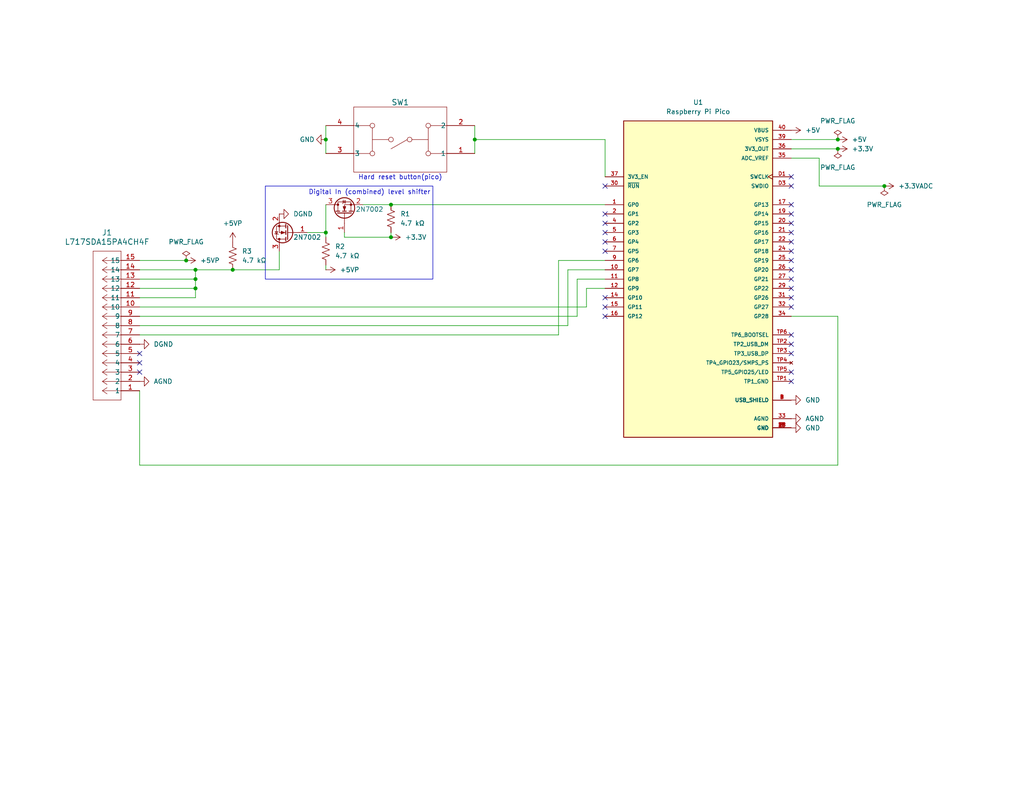
<source format=kicad_sch>
(kicad_sch
	(version 20231120)
	(generator "eeschema")
	(generator_version "8.0")
	(uuid "30d350aa-dfbd-4d75-a570-d69a4113ffde")
	(paper "USLetter")
	(title_block
		(title "Pi Pico Gamry Interface 1010 DB15 control board")
		(date "2025-01-16")
		(rev "0.1")
		(company "UW-Madison Chemistry Department Stahl Group")
		(comment 1 "Made by Tom Tan")
	)
	(lib_symbols
		(symbol "DB15:L717SDA15PA4CH4F"
			(pin_names
				(offset 0.254)
			)
			(exclude_from_sim no)
			(in_bom yes)
			(on_board yes)
			(property "Reference" "J"
				(at 8.89 6.35 0)
				(effects
					(font
						(size 1.524 1.524)
					)
				)
			)
			(property "Value" "L717SDA15PA4CH4F"
				(at 0 0 0)
				(effects
					(font
						(size 1.524 1.524)
					)
				)
			)
			(property "Footprint" "CONN_L717SDA15PA4CH4F_AMP"
				(at 0 0 0)
				(effects
					(font
						(size 1.27 1.27)
						(italic yes)
					)
					(hide yes)
				)
			)
			(property "Datasheet" "L717SDA15PA4CH4F"
				(at 0 0 0)
				(effects
					(font
						(size 1.27 1.27)
						(italic yes)
					)
					(hide yes)
				)
			)
			(property "Description" ""
				(at 0 0 0)
				(effects
					(font
						(size 1.27 1.27)
					)
					(hide yes)
				)
			)
			(property "ki_locked" ""
				(at 0 0 0)
				(effects
					(font
						(size 1.27 1.27)
					)
				)
			)
			(property "ki_keywords" "L717SDA15PA4CH4F"
				(at 0 0 0)
				(effects
					(font
						(size 1.27 1.27)
					)
					(hide yes)
				)
			)
			(property "ki_fp_filters" "CONN_L717SDA15PA4CH4F_AMP"
				(at 0 0 0)
				(effects
					(font
						(size 1.27 1.27)
					)
					(hide yes)
				)
			)
			(symbol "L717SDA15PA4CH4F_1_1"
				(polyline
					(pts
						(xy 5.08 -38.1) (xy 12.7 -38.1)
					)
					(stroke
						(width 0.127)
						(type default)
					)
					(fill
						(type none)
					)
				)
				(polyline
					(pts
						(xy 5.08 2.54) (xy 5.08 -38.1)
					)
					(stroke
						(width 0.127)
						(type default)
					)
					(fill
						(type none)
					)
				)
				(polyline
					(pts
						(xy 10.16 -35.56) (xy 5.08 -35.56)
					)
					(stroke
						(width 0.127)
						(type default)
					)
					(fill
						(type none)
					)
				)
				(polyline
					(pts
						(xy 10.16 -35.56) (xy 8.89 -36.4067)
					)
					(stroke
						(width 0.127)
						(type default)
					)
					(fill
						(type none)
					)
				)
				(polyline
					(pts
						(xy 10.16 -35.56) (xy 8.89 -34.7133)
					)
					(stroke
						(width 0.127)
						(type default)
					)
					(fill
						(type none)
					)
				)
				(polyline
					(pts
						(xy 10.16 -33.02) (xy 5.08 -33.02)
					)
					(stroke
						(width 0.127)
						(type default)
					)
					(fill
						(type none)
					)
				)
				(polyline
					(pts
						(xy 10.16 -33.02) (xy 8.89 -33.8667)
					)
					(stroke
						(width 0.127)
						(type default)
					)
					(fill
						(type none)
					)
				)
				(polyline
					(pts
						(xy 10.16 -33.02) (xy 8.89 -32.1733)
					)
					(stroke
						(width 0.127)
						(type default)
					)
					(fill
						(type none)
					)
				)
				(polyline
					(pts
						(xy 10.16 -30.48) (xy 5.08 -30.48)
					)
					(stroke
						(width 0.127)
						(type default)
					)
					(fill
						(type none)
					)
				)
				(polyline
					(pts
						(xy 10.16 -30.48) (xy 8.89 -31.3267)
					)
					(stroke
						(width 0.127)
						(type default)
					)
					(fill
						(type none)
					)
				)
				(polyline
					(pts
						(xy 10.16 -30.48) (xy 8.89 -29.6333)
					)
					(stroke
						(width 0.127)
						(type default)
					)
					(fill
						(type none)
					)
				)
				(polyline
					(pts
						(xy 10.16 -27.94) (xy 5.08 -27.94)
					)
					(stroke
						(width 0.127)
						(type default)
					)
					(fill
						(type none)
					)
				)
				(polyline
					(pts
						(xy 10.16 -27.94) (xy 8.89 -28.7867)
					)
					(stroke
						(width 0.127)
						(type default)
					)
					(fill
						(type none)
					)
				)
				(polyline
					(pts
						(xy 10.16 -27.94) (xy 8.89 -27.0933)
					)
					(stroke
						(width 0.127)
						(type default)
					)
					(fill
						(type none)
					)
				)
				(polyline
					(pts
						(xy 10.16 -25.4) (xy 5.08 -25.4)
					)
					(stroke
						(width 0.127)
						(type default)
					)
					(fill
						(type none)
					)
				)
				(polyline
					(pts
						(xy 10.16 -25.4) (xy 8.89 -26.2467)
					)
					(stroke
						(width 0.127)
						(type default)
					)
					(fill
						(type none)
					)
				)
				(polyline
					(pts
						(xy 10.16 -25.4) (xy 8.89 -24.5533)
					)
					(stroke
						(width 0.127)
						(type default)
					)
					(fill
						(type none)
					)
				)
				(polyline
					(pts
						(xy 10.16 -22.86) (xy 5.08 -22.86)
					)
					(stroke
						(width 0.127)
						(type default)
					)
					(fill
						(type none)
					)
				)
				(polyline
					(pts
						(xy 10.16 -22.86) (xy 8.89 -23.7067)
					)
					(stroke
						(width 0.127)
						(type default)
					)
					(fill
						(type none)
					)
				)
				(polyline
					(pts
						(xy 10.16 -22.86) (xy 8.89 -22.0133)
					)
					(stroke
						(width 0.127)
						(type default)
					)
					(fill
						(type none)
					)
				)
				(polyline
					(pts
						(xy 10.16 -20.32) (xy 5.08 -20.32)
					)
					(stroke
						(width 0.127)
						(type default)
					)
					(fill
						(type none)
					)
				)
				(polyline
					(pts
						(xy 10.16 -20.32) (xy 8.89 -21.1667)
					)
					(stroke
						(width 0.127)
						(type default)
					)
					(fill
						(type none)
					)
				)
				(polyline
					(pts
						(xy 10.16 -20.32) (xy 8.89 -19.4733)
					)
					(stroke
						(width 0.127)
						(type default)
					)
					(fill
						(type none)
					)
				)
				(polyline
					(pts
						(xy 10.16 -17.78) (xy 5.08 -17.78)
					)
					(stroke
						(width 0.127)
						(type default)
					)
					(fill
						(type none)
					)
				)
				(polyline
					(pts
						(xy 10.16 -17.78) (xy 8.89 -18.6267)
					)
					(stroke
						(width 0.127)
						(type default)
					)
					(fill
						(type none)
					)
				)
				(polyline
					(pts
						(xy 10.16 -17.78) (xy 8.89 -16.9333)
					)
					(stroke
						(width 0.127)
						(type default)
					)
					(fill
						(type none)
					)
				)
				(polyline
					(pts
						(xy 10.16 -15.24) (xy 5.08 -15.24)
					)
					(stroke
						(width 0.127)
						(type default)
					)
					(fill
						(type none)
					)
				)
				(polyline
					(pts
						(xy 10.16 -15.24) (xy 8.89 -16.0867)
					)
					(stroke
						(width 0.127)
						(type default)
					)
					(fill
						(type none)
					)
				)
				(polyline
					(pts
						(xy 10.16 -15.24) (xy 8.89 -14.3933)
					)
					(stroke
						(width 0.127)
						(type default)
					)
					(fill
						(type none)
					)
				)
				(polyline
					(pts
						(xy 10.16 -12.7) (xy 5.08 -12.7)
					)
					(stroke
						(width 0.127)
						(type default)
					)
					(fill
						(type none)
					)
				)
				(polyline
					(pts
						(xy 10.16 -12.7) (xy 8.89 -13.5467)
					)
					(stroke
						(width 0.127)
						(type default)
					)
					(fill
						(type none)
					)
				)
				(polyline
					(pts
						(xy 10.16 -12.7) (xy 8.89 -11.8533)
					)
					(stroke
						(width 0.127)
						(type default)
					)
					(fill
						(type none)
					)
				)
				(polyline
					(pts
						(xy 10.16 -10.16) (xy 5.08 -10.16)
					)
					(stroke
						(width 0.127)
						(type default)
					)
					(fill
						(type none)
					)
				)
				(polyline
					(pts
						(xy 10.16 -10.16) (xy 8.89 -11.0067)
					)
					(stroke
						(width 0.127)
						(type default)
					)
					(fill
						(type none)
					)
				)
				(polyline
					(pts
						(xy 10.16 -10.16) (xy 8.89 -9.3133)
					)
					(stroke
						(width 0.127)
						(type default)
					)
					(fill
						(type none)
					)
				)
				(polyline
					(pts
						(xy 10.16 -7.62) (xy 5.08 -7.62)
					)
					(stroke
						(width 0.127)
						(type default)
					)
					(fill
						(type none)
					)
				)
				(polyline
					(pts
						(xy 10.16 -7.62) (xy 8.89 -8.4667)
					)
					(stroke
						(width 0.127)
						(type default)
					)
					(fill
						(type none)
					)
				)
				(polyline
					(pts
						(xy 10.16 -7.62) (xy 8.89 -6.7733)
					)
					(stroke
						(width 0.127)
						(type default)
					)
					(fill
						(type none)
					)
				)
				(polyline
					(pts
						(xy 10.16 -5.08) (xy 5.08 -5.08)
					)
					(stroke
						(width 0.127)
						(type default)
					)
					(fill
						(type none)
					)
				)
				(polyline
					(pts
						(xy 10.16 -5.08) (xy 8.89 -5.9267)
					)
					(stroke
						(width 0.127)
						(type default)
					)
					(fill
						(type none)
					)
				)
				(polyline
					(pts
						(xy 10.16 -5.08) (xy 8.89 -4.2333)
					)
					(stroke
						(width 0.127)
						(type default)
					)
					(fill
						(type none)
					)
				)
				(polyline
					(pts
						(xy 10.16 -2.54) (xy 5.08 -2.54)
					)
					(stroke
						(width 0.127)
						(type default)
					)
					(fill
						(type none)
					)
				)
				(polyline
					(pts
						(xy 10.16 -2.54) (xy 8.89 -3.3867)
					)
					(stroke
						(width 0.127)
						(type default)
					)
					(fill
						(type none)
					)
				)
				(polyline
					(pts
						(xy 10.16 -2.54) (xy 8.89 -1.6933)
					)
					(stroke
						(width 0.127)
						(type default)
					)
					(fill
						(type none)
					)
				)
				(polyline
					(pts
						(xy 10.16 0) (xy 5.08 0)
					)
					(stroke
						(width 0.127)
						(type default)
					)
					(fill
						(type none)
					)
				)
				(polyline
					(pts
						(xy 10.16 0) (xy 8.89 -0.8467)
					)
					(stroke
						(width 0.127)
						(type default)
					)
					(fill
						(type none)
					)
				)
				(polyline
					(pts
						(xy 10.16 0) (xy 8.89 0.8467)
					)
					(stroke
						(width 0.127)
						(type default)
					)
					(fill
						(type none)
					)
				)
				(polyline
					(pts
						(xy 12.7 -38.1) (xy 12.7 2.54)
					)
					(stroke
						(width 0.127)
						(type default)
					)
					(fill
						(type none)
					)
				)
				(polyline
					(pts
						(xy 12.7 2.54) (xy 5.08 2.54)
					)
					(stroke
						(width 0.127)
						(type default)
					)
					(fill
						(type none)
					)
				)
				(pin unspecified line
					(at 0 0 0)
					(length 5.08)
					(name "1"
						(effects
							(font
								(size 1.27 1.27)
							)
						)
					)
					(number "1"
						(effects
							(font
								(size 1.27 1.27)
							)
						)
					)
				)
				(pin unspecified line
					(at 0 -22.86 0)
					(length 5.08)
					(name "10"
						(effects
							(font
								(size 1.27 1.27)
							)
						)
					)
					(number "10"
						(effects
							(font
								(size 1.27 1.27)
							)
						)
					)
				)
				(pin unspecified line
					(at 0 -25.4 0)
					(length 5.08)
					(name "11"
						(effects
							(font
								(size 1.27 1.27)
							)
						)
					)
					(number "11"
						(effects
							(font
								(size 1.27 1.27)
							)
						)
					)
				)
				(pin unspecified line
					(at 0 -27.94 0)
					(length 5.08)
					(name "12"
						(effects
							(font
								(size 1.27 1.27)
							)
						)
					)
					(number "12"
						(effects
							(font
								(size 1.27 1.27)
							)
						)
					)
				)
				(pin unspecified line
					(at 0 -30.48 0)
					(length 5.08)
					(name "13"
						(effects
							(font
								(size 1.27 1.27)
							)
						)
					)
					(number "13"
						(effects
							(font
								(size 1.27 1.27)
							)
						)
					)
				)
				(pin unspecified line
					(at 0 -33.02 0)
					(length 5.08)
					(name "14"
						(effects
							(font
								(size 1.27 1.27)
							)
						)
					)
					(number "14"
						(effects
							(font
								(size 1.27 1.27)
							)
						)
					)
				)
				(pin unspecified line
					(at 0 -35.56 0)
					(length 5.08)
					(name "15"
						(effects
							(font
								(size 1.27 1.27)
							)
						)
					)
					(number "15"
						(effects
							(font
								(size 1.27 1.27)
							)
						)
					)
				)
				(pin unspecified line
					(at 0 -2.54 0)
					(length 5.08)
					(name "2"
						(effects
							(font
								(size 1.27 1.27)
							)
						)
					)
					(number "2"
						(effects
							(font
								(size 1.27 1.27)
							)
						)
					)
				)
				(pin unspecified line
					(at 0 -5.08 0)
					(length 5.08)
					(name "3"
						(effects
							(font
								(size 1.27 1.27)
							)
						)
					)
					(number "3"
						(effects
							(font
								(size 1.27 1.27)
							)
						)
					)
				)
				(pin unspecified line
					(at 0 -7.62 0)
					(length 5.08)
					(name "4"
						(effects
							(font
								(size 1.27 1.27)
							)
						)
					)
					(number "4"
						(effects
							(font
								(size 1.27 1.27)
							)
						)
					)
				)
				(pin unspecified line
					(at 0 -10.16 0)
					(length 5.08)
					(name "5"
						(effects
							(font
								(size 1.27 1.27)
							)
						)
					)
					(number "5"
						(effects
							(font
								(size 1.27 1.27)
							)
						)
					)
				)
				(pin unspecified line
					(at 0 -12.7 0)
					(length 5.08)
					(name "6"
						(effects
							(font
								(size 1.27 1.27)
							)
						)
					)
					(number "6"
						(effects
							(font
								(size 1.27 1.27)
							)
						)
					)
				)
				(pin unspecified line
					(at 0 -15.24 0)
					(length 5.08)
					(name "7"
						(effects
							(font
								(size 1.27 1.27)
							)
						)
					)
					(number "7"
						(effects
							(font
								(size 1.27 1.27)
							)
						)
					)
				)
				(pin unspecified line
					(at 0 -17.78 0)
					(length 5.08)
					(name "8"
						(effects
							(font
								(size 1.27 1.27)
							)
						)
					)
					(number "8"
						(effects
							(font
								(size 1.27 1.27)
							)
						)
					)
				)
				(pin unspecified line
					(at 0 -20.32 0)
					(length 5.08)
					(name "9"
						(effects
							(font
								(size 1.27 1.27)
							)
						)
					)
					(number "9"
						(effects
							(font
								(size 1.27 1.27)
							)
						)
					)
				)
			)
			(symbol "L717SDA15PA4CH4F_1_2"
				(polyline
					(pts
						(xy 5.08 -38.1) (xy 12.7 -38.1)
					)
					(stroke
						(width 0.127)
						(type default)
					)
					(fill
						(type none)
					)
				)
				(polyline
					(pts
						(xy 5.08 2.54) (xy 5.08 -38.1)
					)
					(stroke
						(width 0.127)
						(type default)
					)
					(fill
						(type none)
					)
				)
				(polyline
					(pts
						(xy 7.62 -35.56) (xy 5.08 -35.56)
					)
					(stroke
						(width 0.127)
						(type default)
					)
					(fill
						(type none)
					)
				)
				(polyline
					(pts
						(xy 7.62 -35.56) (xy 8.89 -36.4067)
					)
					(stroke
						(width 0.127)
						(type default)
					)
					(fill
						(type none)
					)
				)
				(polyline
					(pts
						(xy 7.62 -35.56) (xy 8.89 -34.7133)
					)
					(stroke
						(width 0.127)
						(type default)
					)
					(fill
						(type none)
					)
				)
				(polyline
					(pts
						(xy 7.62 -33.02) (xy 5.08 -33.02)
					)
					(stroke
						(width 0.127)
						(type default)
					)
					(fill
						(type none)
					)
				)
				(polyline
					(pts
						(xy 7.62 -33.02) (xy 8.89 -33.8667)
					)
					(stroke
						(width 0.127)
						(type default)
					)
					(fill
						(type none)
					)
				)
				(polyline
					(pts
						(xy 7.62 -33.02) (xy 8.89 -32.1733)
					)
					(stroke
						(width 0.127)
						(type default)
					)
					(fill
						(type none)
					)
				)
				(polyline
					(pts
						(xy 7.62 -30.48) (xy 5.08 -30.48)
					)
					(stroke
						(width 0.127)
						(type default)
					)
					(fill
						(type none)
					)
				)
				(polyline
					(pts
						(xy 7.62 -30.48) (xy 8.89 -31.3267)
					)
					(stroke
						(width 0.127)
						(type default)
					)
					(fill
						(type none)
					)
				)
				(polyline
					(pts
						(xy 7.62 -30.48) (xy 8.89 -29.6333)
					)
					(stroke
						(width 0.127)
						(type default)
					)
					(fill
						(type none)
					)
				)
				(polyline
					(pts
						(xy 7.62 -27.94) (xy 5.08 -27.94)
					)
					(stroke
						(width 0.127)
						(type default)
					)
					(fill
						(type none)
					)
				)
				(polyline
					(pts
						(xy 7.62 -27.94) (xy 8.89 -28.7867)
					)
					(stroke
						(width 0.127)
						(type default)
					)
					(fill
						(type none)
					)
				)
				(polyline
					(pts
						(xy 7.62 -27.94) (xy 8.89 -27.0933)
					)
					(stroke
						(width 0.127)
						(type default)
					)
					(fill
						(type none)
					)
				)
				(polyline
					(pts
						(xy 7.62 -25.4) (xy 5.08 -25.4)
					)
					(stroke
						(width 0.127)
						(type default)
					)
					(fill
						(type none)
					)
				)
				(polyline
					(pts
						(xy 7.62 -25.4) (xy 8.89 -26.2467)
					)
					(stroke
						(width 0.127)
						(type default)
					)
					(fill
						(type none)
					)
				)
				(polyline
					(pts
						(xy 7.62 -25.4) (xy 8.89 -24.5533)
					)
					(stroke
						(width 0.127)
						(type default)
					)
					(fill
						(type none)
					)
				)
				(polyline
					(pts
						(xy 7.62 -22.86) (xy 5.08 -22.86)
					)
					(stroke
						(width 0.127)
						(type default)
					)
					(fill
						(type none)
					)
				)
				(polyline
					(pts
						(xy 7.62 -22.86) (xy 8.89 -23.7067)
					)
					(stroke
						(width 0.127)
						(type default)
					)
					(fill
						(type none)
					)
				)
				(polyline
					(pts
						(xy 7.62 -22.86) (xy 8.89 -22.0133)
					)
					(stroke
						(width 0.127)
						(type default)
					)
					(fill
						(type none)
					)
				)
				(polyline
					(pts
						(xy 7.62 -20.32) (xy 5.08 -20.32)
					)
					(stroke
						(width 0.127)
						(type default)
					)
					(fill
						(type none)
					)
				)
				(polyline
					(pts
						(xy 7.62 -20.32) (xy 8.89 -21.1667)
					)
					(stroke
						(width 0.127)
						(type default)
					)
					(fill
						(type none)
					)
				)
				(polyline
					(pts
						(xy 7.62 -20.32) (xy 8.89 -19.4733)
					)
					(stroke
						(width 0.127)
						(type default)
					)
					(fill
						(type none)
					)
				)
				(polyline
					(pts
						(xy 7.62 -17.78) (xy 5.08 -17.78)
					)
					(stroke
						(width 0.127)
						(type default)
					)
					(fill
						(type none)
					)
				)
				(polyline
					(pts
						(xy 7.62 -17.78) (xy 8.89 -18.6267)
					)
					(stroke
						(width 0.127)
						(type default)
					)
					(fill
						(type none)
					)
				)
				(polyline
					(pts
						(xy 7.62 -17.78) (xy 8.89 -16.9333)
					)
					(stroke
						(width 0.127)
						(type default)
					)
					(fill
						(type none)
					)
				)
				(polyline
					(pts
						(xy 7.62 -15.24) (xy 5.08 -15.24)
					)
					(stroke
						(width 0.127)
						(type default)
					)
					(fill
						(type none)
					)
				)
				(polyline
					(pts
						(xy 7.62 -15.24) (xy 8.89 -16.0867)
					)
					(stroke
						(width 0.127)
						(type default)
					)
					(fill
						(type none)
					)
				)
				(polyline
					(pts
						(xy 7.62 -15.24) (xy 8.89 -14.3933)
					)
					(stroke
						(width 0.127)
						(type default)
					)
					(fill
						(type none)
					)
				)
				(polyline
					(pts
						(xy 7.62 -12.7) (xy 5.08 -12.7)
					)
					(stroke
						(width 0.127)
						(type default)
					)
					(fill
						(type none)
					)
				)
				(polyline
					(pts
						(xy 7.62 -12.7) (xy 8.89 -13.5467)
					)
					(stroke
						(width 0.127)
						(type default)
					)
					(fill
						(type none)
					)
				)
				(polyline
					(pts
						(xy 7.62 -12.7) (xy 8.89 -11.8533)
					)
					(stroke
						(width 0.127)
						(type default)
					)
					(fill
						(type none)
					)
				)
				(polyline
					(pts
						(xy 7.62 -10.16) (xy 5.08 -10.16)
					)
					(stroke
						(width 0.127)
						(type default)
					)
					(fill
						(type none)
					)
				)
				(polyline
					(pts
						(xy 7.62 -10.16) (xy 8.89 -11.0067)
					)
					(stroke
						(width 0.127)
						(type default)
					)
					(fill
						(type none)
					)
				)
				(polyline
					(pts
						(xy 7.62 -10.16) (xy 8.89 -9.3133)
					)
					(stroke
						(width 0.127)
						(type default)
					)
					(fill
						(type none)
					)
				)
				(polyline
					(pts
						(xy 7.62 -7.62) (xy 5.08 -7.62)
					)
					(stroke
						(width 0.127)
						(type default)
					)
					(fill
						(type none)
					)
				)
				(polyline
					(pts
						(xy 7.62 -7.62) (xy 8.89 -8.4667)
					)
					(stroke
						(width 0.127)
						(type default)
					)
					(fill
						(type none)
					)
				)
				(polyline
					(pts
						(xy 7.62 -7.62) (xy 8.89 -6.7733)
					)
					(stroke
						(width 0.127)
						(type default)
					)
					(fill
						(type none)
					)
				)
				(polyline
					(pts
						(xy 7.62 -5.08) (xy 5.08 -5.08)
					)
					(stroke
						(width 0.127)
						(type default)
					)
					(fill
						(type none)
					)
				)
				(polyline
					(pts
						(xy 7.62 -5.08) (xy 8.89 -5.9267)
					)
					(stroke
						(width 0.127)
						(type default)
					)
					(fill
						(type none)
					)
				)
				(polyline
					(pts
						(xy 7.62 -5.08) (xy 8.89 -4.2333)
					)
					(stroke
						(width 0.127)
						(type default)
					)
					(fill
						(type none)
					)
				)
				(polyline
					(pts
						(xy 7.62 -2.54) (xy 5.08 -2.54)
					)
					(stroke
						(width 0.127)
						(type default)
					)
					(fill
						(type none)
					)
				)
				(polyline
					(pts
						(xy 7.62 -2.54) (xy 8.89 -3.3867)
					)
					(stroke
						(width 0.127)
						(type default)
					)
					(fill
						(type none)
					)
				)
				(polyline
					(pts
						(xy 7.62 -2.54) (xy 8.89 -1.6933)
					)
					(stroke
						(width 0.127)
						(type default)
					)
					(fill
						(type none)
					)
				)
				(polyline
					(pts
						(xy 7.62 0) (xy 5.08 0)
					)
					(stroke
						(width 0.127)
						(type default)
					)
					(fill
						(type none)
					)
				)
				(polyline
					(pts
						(xy 7.62 0) (xy 8.89 -0.8467)
					)
					(stroke
						(width 0.127)
						(type default)
					)
					(fill
						(type none)
					)
				)
				(polyline
					(pts
						(xy 7.62 0) (xy 8.89 0.8467)
					)
					(stroke
						(width 0.127)
						(type default)
					)
					(fill
						(type none)
					)
				)
				(polyline
					(pts
						(xy 12.7 -38.1) (xy 12.7 2.54)
					)
					(stroke
						(width 0.127)
						(type default)
					)
					(fill
						(type none)
					)
				)
				(polyline
					(pts
						(xy 12.7 2.54) (xy 5.08 2.54)
					)
					(stroke
						(width 0.127)
						(type default)
					)
					(fill
						(type none)
					)
				)
				(pin unspecified line
					(at 0 0 0)
					(length 5.08)
					(name "1"
						(effects
							(font
								(size 1.27 1.27)
							)
						)
					)
					(number "1"
						(effects
							(font
								(size 1.27 1.27)
							)
						)
					)
				)
				(pin unspecified line
					(at 0 -22.86 0)
					(length 5.08)
					(name "10"
						(effects
							(font
								(size 1.27 1.27)
							)
						)
					)
					(number "10"
						(effects
							(font
								(size 1.27 1.27)
							)
						)
					)
				)
				(pin unspecified line
					(at 0 -25.4 0)
					(length 5.08)
					(name "11"
						(effects
							(font
								(size 1.27 1.27)
							)
						)
					)
					(number "11"
						(effects
							(font
								(size 1.27 1.27)
							)
						)
					)
				)
				(pin unspecified line
					(at 0 -27.94 0)
					(length 5.08)
					(name "12"
						(effects
							(font
								(size 1.27 1.27)
							)
						)
					)
					(number "12"
						(effects
							(font
								(size 1.27 1.27)
							)
						)
					)
				)
				(pin unspecified line
					(at 0 -30.48 0)
					(length 5.08)
					(name "13"
						(effects
							(font
								(size 1.27 1.27)
							)
						)
					)
					(number "13"
						(effects
							(font
								(size 1.27 1.27)
							)
						)
					)
				)
				(pin unspecified line
					(at 0 -33.02 0)
					(length 5.08)
					(name "14"
						(effects
							(font
								(size 1.27 1.27)
							)
						)
					)
					(number "14"
						(effects
							(font
								(size 1.27 1.27)
							)
						)
					)
				)
				(pin unspecified line
					(at 0 -35.56 0)
					(length 5.08)
					(name "15"
						(effects
							(font
								(size 1.27 1.27)
							)
						)
					)
					(number "15"
						(effects
							(font
								(size 1.27 1.27)
							)
						)
					)
				)
				(pin unspecified line
					(at 0 -2.54 0)
					(length 5.08)
					(name "2"
						(effects
							(font
								(size 1.27 1.27)
							)
						)
					)
					(number "2"
						(effects
							(font
								(size 1.27 1.27)
							)
						)
					)
				)
				(pin unspecified line
					(at 0 -5.08 0)
					(length 5.08)
					(name "3"
						(effects
							(font
								(size 1.27 1.27)
							)
						)
					)
					(number "3"
						(effects
							(font
								(size 1.27 1.27)
							)
						)
					)
				)
				(pin unspecified line
					(at 0 -7.62 0)
					(length 5.08)
					(name "4"
						(effects
							(font
								(size 1.27 1.27)
							)
						)
					)
					(number "4"
						(effects
							(font
								(size 1.27 1.27)
							)
						)
					)
				)
				(pin unspecified line
					(at 0 -10.16 0)
					(length 5.08)
					(name "5"
						(effects
							(font
								(size 1.27 1.27)
							)
						)
					)
					(number "5"
						(effects
							(font
								(size 1.27 1.27)
							)
						)
					)
				)
				(pin unspecified line
					(at 0 -12.7 0)
					(length 5.08)
					(name "6"
						(effects
							(font
								(size 1.27 1.27)
							)
						)
					)
					(number "6"
						(effects
							(font
								(size 1.27 1.27)
							)
						)
					)
				)
				(pin unspecified line
					(at 0 -15.24 0)
					(length 5.08)
					(name "7"
						(effects
							(font
								(size 1.27 1.27)
							)
						)
					)
					(number "7"
						(effects
							(font
								(size 1.27 1.27)
							)
						)
					)
				)
				(pin unspecified line
					(at 0 -17.78 0)
					(length 5.08)
					(name "8"
						(effects
							(font
								(size 1.27 1.27)
							)
						)
					)
					(number "8"
						(effects
							(font
								(size 1.27 1.27)
							)
						)
					)
				)
				(pin unspecified line
					(at 0 -20.32 0)
					(length 5.08)
					(name "9"
						(effects
							(font
								(size 1.27 1.27)
							)
						)
					)
					(number "9"
						(effects
							(font
								(size 1.27 1.27)
							)
						)
					)
				)
			)
		)
		(symbol "Device:R_US"
			(pin_numbers hide)
			(pin_names
				(offset 0)
			)
			(exclude_from_sim no)
			(in_bom yes)
			(on_board yes)
			(property "Reference" "R"
				(at 2.54 0 90)
				(effects
					(font
						(size 1.27 1.27)
					)
				)
			)
			(property "Value" "R_US"
				(at -2.54 0 90)
				(effects
					(font
						(size 1.27 1.27)
					)
				)
			)
			(property "Footprint" ""
				(at 1.016 -0.254 90)
				(effects
					(font
						(size 1.27 1.27)
					)
					(hide yes)
				)
			)
			(property "Datasheet" "~"
				(at 0 0 0)
				(effects
					(font
						(size 1.27 1.27)
					)
					(hide yes)
				)
			)
			(property "Description" "Resistor, US symbol"
				(at 0 0 0)
				(effects
					(font
						(size 1.27 1.27)
					)
					(hide yes)
				)
			)
			(property "ki_keywords" "R res resistor"
				(at 0 0 0)
				(effects
					(font
						(size 1.27 1.27)
					)
					(hide yes)
				)
			)
			(property "ki_fp_filters" "R_*"
				(at 0 0 0)
				(effects
					(font
						(size 1.27 1.27)
					)
					(hide yes)
				)
			)
			(symbol "R_US_0_1"
				(polyline
					(pts
						(xy 0 -2.286) (xy 0 -2.54)
					)
					(stroke
						(width 0)
						(type default)
					)
					(fill
						(type none)
					)
				)
				(polyline
					(pts
						(xy 0 2.286) (xy 0 2.54)
					)
					(stroke
						(width 0)
						(type default)
					)
					(fill
						(type none)
					)
				)
				(polyline
					(pts
						(xy 0 -0.762) (xy 1.016 -1.143) (xy 0 -1.524) (xy -1.016 -1.905) (xy 0 -2.286)
					)
					(stroke
						(width 0)
						(type default)
					)
					(fill
						(type none)
					)
				)
				(polyline
					(pts
						(xy 0 0.762) (xy 1.016 0.381) (xy 0 0) (xy -1.016 -0.381) (xy 0 -0.762)
					)
					(stroke
						(width 0)
						(type default)
					)
					(fill
						(type none)
					)
				)
				(polyline
					(pts
						(xy 0 2.286) (xy 1.016 1.905) (xy 0 1.524) (xy -1.016 1.143) (xy 0 0.762)
					)
					(stroke
						(width 0)
						(type default)
					)
					(fill
						(type none)
					)
				)
			)
			(symbol "R_US_1_1"
				(pin passive line
					(at 0 3.81 270)
					(length 1.27)
					(name "~"
						(effects
							(font
								(size 1.27 1.27)
							)
						)
					)
					(number "1"
						(effects
							(font
								(size 1.27 1.27)
							)
						)
					)
				)
				(pin passive line
					(at 0 -3.81 90)
					(length 1.27)
					(name "~"
						(effects
							(font
								(size 1.27 1.27)
							)
						)
					)
					(number "2"
						(effects
							(font
								(size 1.27 1.27)
							)
						)
					)
				)
			)
		)
		(symbol "SC0915:SC0915"
			(pin_names
				(offset 1.016)
			)
			(exclude_from_sim no)
			(in_bom yes)
			(on_board yes)
			(property "Reference" "U"
				(at -20.32 44.069 0)
				(effects
					(font
						(size 1.27 1.27)
					)
					(justify left bottom)
				)
			)
			(property "Value" "SC0915"
				(at -20.32 -45.72 0)
				(effects
					(font
						(size 1.27 1.27)
					)
					(justify left bottom)
				)
			)
			(property "Footprint" "SC0915:MODULE_SC0915"
				(at 0 0 0)
				(effects
					(font
						(size 1.27 1.27)
					)
					(justify bottom)
					(hide yes)
				)
			)
			(property "Datasheet" ""
				(at 0 0 0)
				(effects
					(font
						(size 1.27 1.27)
					)
					(hide yes)
				)
			)
			(property "Description" ""
				(at 0 0 0)
				(effects
					(font
						(size 1.27 1.27)
					)
					(hide yes)
				)
			)
			(property "MF" "Raspberry Pi"
				(at 0 0 0)
				(effects
					(font
						(size 1.27 1.27)
					)
					(justify bottom)
					(hide yes)
				)
			)
			(property "MAXIMUM_PACKAGE_HEIGHT" "3.73mm"
				(at 0 0 0)
				(effects
					(font
						(size 1.27 1.27)
					)
					(justify bottom)
					(hide yes)
				)
			)
			(property "Package" "None"
				(at 0 0 0)
				(effects
					(font
						(size 1.27 1.27)
					)
					(justify bottom)
					(hide yes)
				)
			)
			(property "Price" "None"
				(at 0 0 0)
				(effects
					(font
						(size 1.27 1.27)
					)
					(justify bottom)
					(hide yes)
				)
			)
			(property "Check_prices" "https://www.snapeda.com/parts/SC0915/Raspberry+Pi/view-part/?ref=eda"
				(at 0 0 0)
				(effects
					(font
						(size 1.27 1.27)
					)
					(justify bottom)
					(hide yes)
				)
			)
			(property "STANDARD" "Manufacturer Recommendations"
				(at 0 0 0)
				(effects
					(font
						(size 1.27 1.27)
					)
					(justify bottom)
					(hide yes)
				)
			)
			(property "PARTREV" "1.6"
				(at 0 0 0)
				(effects
					(font
						(size 1.27 1.27)
					)
					(justify bottom)
					(hide yes)
				)
			)
			(property "SnapEDA_Link" "https://www.snapeda.com/parts/SC0915/Raspberry+Pi/view-part/?ref=snap"
				(at 0 0 0)
				(effects
					(font
						(size 1.27 1.27)
					)
					(justify bottom)
					(hide yes)
				)
			)
			(property "MP" "SC0915"
				(at 0 0 0)
				(effects
					(font
						(size 1.27 1.27)
					)
					(justify bottom)
					(hide yes)
				)
			)
			(property "Purchase-URL" "https://www.snapeda.com/api/url_track_click_mouser/?unipart_id=6331605&manufacturer=Raspberry Pi&part_name=SC0915&search_term=pi pico"
				(at 0 0 0)
				(effects
					(font
						(size 1.27 1.27)
					)
					(justify bottom)
					(hide yes)
				)
			)
			(property "Description_1" "\nRaspberry Pi Pico Embedded Dev Module | Raspberry Pi SC0915\n"
				(at 0 0 0)
				(effects
					(font
						(size 1.27 1.27)
					)
					(justify bottom)
					(hide yes)
				)
			)
			(property "Availability" "In Stock"
				(at 0 0 0)
				(effects
					(font
						(size 1.27 1.27)
					)
					(justify bottom)
					(hide yes)
				)
			)
			(property "MANUFACTURER" "Raspberry Pi"
				(at 0 0 0)
				(effects
					(font
						(size 1.27 1.27)
					)
					(justify bottom)
					(hide yes)
				)
			)
			(symbol "SC0915_0_0"
				(rectangle
					(start -20.32 -43.18)
					(end 20.32 43.18)
					(stroke
						(width 0.254)
						(type default)
					)
					(fill
						(type background)
					)
				)
				(pin bidirectional line
					(at -25.4 20.32 0)
					(length 5.08)
					(name "GP0"
						(effects
							(font
								(size 1.016 1.016)
							)
						)
					)
					(number "1"
						(effects
							(font
								(size 1.016 1.016)
							)
						)
					)
				)
				(pin bidirectional line
					(at -25.4 2.54 0)
					(length 5.08)
					(name "GP7"
						(effects
							(font
								(size 1.016 1.016)
							)
						)
					)
					(number "10"
						(effects
							(font
								(size 1.016 1.016)
							)
						)
					)
				)
				(pin bidirectional line
					(at -25.4 0 0)
					(length 5.08)
					(name "GP8"
						(effects
							(font
								(size 1.016 1.016)
							)
						)
					)
					(number "11"
						(effects
							(font
								(size 1.016 1.016)
							)
						)
					)
				)
				(pin bidirectional line
					(at -25.4 -2.54 0)
					(length 5.08)
					(name "GP9"
						(effects
							(font
								(size 1.016 1.016)
							)
						)
					)
					(number "12"
						(effects
							(font
								(size 1.016 1.016)
							)
						)
					)
				)
				(pin power_in line
					(at 25.4 -40.64 180)
					(length 5.08)
					(name "GND"
						(effects
							(font
								(size 1.016 1.016)
							)
						)
					)
					(number "13"
						(effects
							(font
								(size 1.016 1.016)
							)
						)
					)
				)
				(pin bidirectional line
					(at -25.4 -5.08 0)
					(length 5.08)
					(name "GP10"
						(effects
							(font
								(size 1.016 1.016)
							)
						)
					)
					(number "14"
						(effects
							(font
								(size 1.016 1.016)
							)
						)
					)
				)
				(pin bidirectional line
					(at -25.4 -7.62 0)
					(length 5.08)
					(name "GP11"
						(effects
							(font
								(size 1.016 1.016)
							)
						)
					)
					(number "15"
						(effects
							(font
								(size 1.016 1.016)
							)
						)
					)
				)
				(pin bidirectional line
					(at -25.4 -10.16 0)
					(length 5.08)
					(name "GP12"
						(effects
							(font
								(size 1.016 1.016)
							)
						)
					)
					(number "16"
						(effects
							(font
								(size 1.016 1.016)
							)
						)
					)
				)
				(pin bidirectional line
					(at 25.4 20.32 180)
					(length 5.08)
					(name "GP13"
						(effects
							(font
								(size 1.016 1.016)
							)
						)
					)
					(number "17"
						(effects
							(font
								(size 1.016 1.016)
							)
						)
					)
				)
				(pin power_in line
					(at 25.4 -40.64 180)
					(length 5.08)
					(name "GND"
						(effects
							(font
								(size 1.016 1.016)
							)
						)
					)
					(number "18"
						(effects
							(font
								(size 1.016 1.016)
							)
						)
					)
				)
				(pin bidirectional line
					(at 25.4 17.78 180)
					(length 5.08)
					(name "GP14"
						(effects
							(font
								(size 1.016 1.016)
							)
						)
					)
					(number "19"
						(effects
							(font
								(size 1.016 1.016)
							)
						)
					)
				)
				(pin bidirectional line
					(at -25.4 17.78 0)
					(length 5.08)
					(name "GP1"
						(effects
							(font
								(size 1.016 1.016)
							)
						)
					)
					(number "2"
						(effects
							(font
								(size 1.016 1.016)
							)
						)
					)
				)
				(pin bidirectional line
					(at 25.4 15.24 180)
					(length 5.08)
					(name "GP15"
						(effects
							(font
								(size 1.016 1.016)
							)
						)
					)
					(number "20"
						(effects
							(font
								(size 1.016 1.016)
							)
						)
					)
				)
				(pin bidirectional line
					(at 25.4 12.7 180)
					(length 5.08)
					(name "GP16"
						(effects
							(font
								(size 1.016 1.016)
							)
						)
					)
					(number "21"
						(effects
							(font
								(size 1.016 1.016)
							)
						)
					)
				)
				(pin bidirectional line
					(at 25.4 10.16 180)
					(length 5.08)
					(name "GP17"
						(effects
							(font
								(size 1.016 1.016)
							)
						)
					)
					(number "22"
						(effects
							(font
								(size 1.016 1.016)
							)
						)
					)
				)
				(pin power_in line
					(at 25.4 -40.64 180)
					(length 5.08)
					(name "GND"
						(effects
							(font
								(size 1.016 1.016)
							)
						)
					)
					(number "23"
						(effects
							(font
								(size 1.016 1.016)
							)
						)
					)
				)
				(pin bidirectional line
					(at 25.4 7.62 180)
					(length 5.08)
					(name "GP18"
						(effects
							(font
								(size 1.016 1.016)
							)
						)
					)
					(number "24"
						(effects
							(font
								(size 1.016 1.016)
							)
						)
					)
				)
				(pin bidirectional line
					(at 25.4 5.08 180)
					(length 5.08)
					(name "GP19"
						(effects
							(font
								(size 1.016 1.016)
							)
						)
					)
					(number "25"
						(effects
							(font
								(size 1.016 1.016)
							)
						)
					)
				)
				(pin bidirectional line
					(at 25.4 2.54 180)
					(length 5.08)
					(name "GP20"
						(effects
							(font
								(size 1.016 1.016)
							)
						)
					)
					(number "26"
						(effects
							(font
								(size 1.016 1.016)
							)
						)
					)
				)
				(pin bidirectional line
					(at 25.4 0 180)
					(length 5.08)
					(name "GP21"
						(effects
							(font
								(size 1.016 1.016)
							)
						)
					)
					(number "27"
						(effects
							(font
								(size 1.016 1.016)
							)
						)
					)
				)
				(pin power_in line
					(at 25.4 -40.64 180)
					(length 5.08)
					(name "GND"
						(effects
							(font
								(size 1.016 1.016)
							)
						)
					)
					(number "28"
						(effects
							(font
								(size 1.016 1.016)
							)
						)
					)
				)
				(pin bidirectional line
					(at 25.4 -2.54 180)
					(length 5.08)
					(name "GP22"
						(effects
							(font
								(size 1.016 1.016)
							)
						)
					)
					(number "29"
						(effects
							(font
								(size 1.016 1.016)
							)
						)
					)
				)
				(pin power_in line
					(at 25.4 -40.64 180)
					(length 5.08)
					(name "GND"
						(effects
							(font
								(size 1.016 1.016)
							)
						)
					)
					(number "3"
						(effects
							(font
								(size 1.016 1.016)
							)
						)
					)
				)
				(pin input line
					(at -25.4 25.4 0)
					(length 5.08)
					(name "~{RUN}"
						(effects
							(font
								(size 1.016 1.016)
							)
						)
					)
					(number "30"
						(effects
							(font
								(size 1.016 1.016)
							)
						)
					)
				)
				(pin bidirectional line
					(at 25.4 -5.08 180)
					(length 5.08)
					(name "GP26"
						(effects
							(font
								(size 1.016 1.016)
							)
						)
					)
					(number "31"
						(effects
							(font
								(size 1.016 1.016)
							)
						)
					)
				)
				(pin bidirectional line
					(at 25.4 -7.62 180)
					(length 5.08)
					(name "GP27"
						(effects
							(font
								(size 1.016 1.016)
							)
						)
					)
					(number "32"
						(effects
							(font
								(size 1.016 1.016)
							)
						)
					)
				)
				(pin power_in line
					(at 25.4 -38.1 180)
					(length 5.08)
					(name "AGND"
						(effects
							(font
								(size 1.016 1.016)
							)
						)
					)
					(number "33"
						(effects
							(font
								(size 1.016 1.016)
							)
						)
					)
				)
				(pin bidirectional line
					(at 25.4 -10.16 180)
					(length 5.08)
					(name "GP28"
						(effects
							(font
								(size 1.016 1.016)
							)
						)
					)
					(number "34"
						(effects
							(font
								(size 1.016 1.016)
							)
						)
					)
				)
				(pin power_in line
					(at 25.4 33.02 180)
					(length 5.08)
					(name "ADC_VREF"
						(effects
							(font
								(size 1.016 1.016)
							)
						)
					)
					(number "35"
						(effects
							(font
								(size 1.016 1.016)
							)
						)
					)
				)
				(pin power_in line
					(at 25.4 35.56 180)
					(length 5.08)
					(name "3V3_OUT"
						(effects
							(font
								(size 1.016 1.016)
							)
						)
					)
					(number "36"
						(effects
							(font
								(size 1.016 1.016)
							)
						)
					)
				)
				(pin input line
					(at -25.4 27.94 0)
					(length 5.08)
					(name "3V3_EN"
						(effects
							(font
								(size 1.016 1.016)
							)
						)
					)
					(number "37"
						(effects
							(font
								(size 1.016 1.016)
							)
						)
					)
				)
				(pin power_in line
					(at 25.4 -40.64 180)
					(length 5.08)
					(name "GND"
						(effects
							(font
								(size 1.016 1.016)
							)
						)
					)
					(number "38"
						(effects
							(font
								(size 1.016 1.016)
							)
						)
					)
				)
				(pin power_in line
					(at 25.4 38.1 180)
					(length 5.08)
					(name "VSYS"
						(effects
							(font
								(size 1.016 1.016)
							)
						)
					)
					(number "39"
						(effects
							(font
								(size 1.016 1.016)
							)
						)
					)
				)
				(pin bidirectional line
					(at -25.4 15.24 0)
					(length 5.08)
					(name "GP2"
						(effects
							(font
								(size 1.016 1.016)
							)
						)
					)
					(number "4"
						(effects
							(font
								(size 1.016 1.016)
							)
						)
					)
				)
				(pin power_in line
					(at 25.4 40.64 180)
					(length 5.08)
					(name "VBUS"
						(effects
							(font
								(size 1.016 1.016)
							)
						)
					)
					(number "40"
						(effects
							(font
								(size 1.016 1.016)
							)
						)
					)
				)
				(pin bidirectional line
					(at -25.4 12.7 0)
					(length 5.08)
					(name "GP3"
						(effects
							(font
								(size 1.016 1.016)
							)
						)
					)
					(number "5"
						(effects
							(font
								(size 1.016 1.016)
							)
						)
					)
				)
				(pin bidirectional line
					(at -25.4 10.16 0)
					(length 5.08)
					(name "GP4"
						(effects
							(font
								(size 1.016 1.016)
							)
						)
					)
					(number "6"
						(effects
							(font
								(size 1.016 1.016)
							)
						)
					)
				)
				(pin bidirectional line
					(at -25.4 7.62 0)
					(length 5.08)
					(name "GP5"
						(effects
							(font
								(size 1.016 1.016)
							)
						)
					)
					(number "7"
						(effects
							(font
								(size 1.016 1.016)
							)
						)
					)
				)
				(pin power_in line
					(at 25.4 -40.64 180)
					(length 5.08)
					(name "GND"
						(effects
							(font
								(size 1.016 1.016)
							)
						)
					)
					(number "8"
						(effects
							(font
								(size 1.016 1.016)
							)
						)
					)
				)
				(pin bidirectional line
					(at -25.4 5.08 0)
					(length 5.08)
					(name "GP6"
						(effects
							(font
								(size 1.016 1.016)
							)
						)
					)
					(number "9"
						(effects
							(font
								(size 1.016 1.016)
							)
						)
					)
				)
				(pin power_in line
					(at 25.4 -33.02 180)
					(length 5.08)
					(name "USB_SHIELD"
						(effects
							(font
								(size 1.016 1.016)
							)
						)
					)
					(number "A"
						(effects
							(font
								(size 1.016 1.016)
							)
						)
					)
				)
				(pin power_in line
					(at 25.4 -33.02 180)
					(length 5.08)
					(name "USB_SHIELD"
						(effects
							(font
								(size 1.016 1.016)
							)
						)
					)
					(number "B"
						(effects
							(font
								(size 1.016 1.016)
							)
						)
					)
				)
				(pin power_in line
					(at 25.4 -33.02 180)
					(length 5.08)
					(name "USB_SHIELD"
						(effects
							(font
								(size 1.016 1.016)
							)
						)
					)
					(number "C"
						(effects
							(font
								(size 1.016 1.016)
							)
						)
					)
				)
				(pin power_in line
					(at 25.4 -33.02 180)
					(length 5.08)
					(name "USB_SHIELD"
						(effects
							(font
								(size 1.016 1.016)
							)
						)
					)
					(number "D"
						(effects
							(font
								(size 1.016 1.016)
							)
						)
					)
				)
				(pin input clock
					(at 25.4 27.94 180)
					(length 5.08)
					(name "SWCLK"
						(effects
							(font
								(size 1.016 1.016)
							)
						)
					)
					(number "D1"
						(effects
							(font
								(size 1.016 1.016)
							)
						)
					)
				)
				(pin power_in line
					(at 25.4 -40.64 180)
					(length 5.08)
					(name "GND"
						(effects
							(font
								(size 1.016 1.016)
							)
						)
					)
					(number "D2"
						(effects
							(font
								(size 1.016 1.016)
							)
						)
					)
				)
				(pin bidirectional line
					(at 25.4 25.4 180)
					(length 5.08)
					(name "SWDIO"
						(effects
							(font
								(size 1.016 1.016)
							)
						)
					)
					(number "D3"
						(effects
							(font
								(size 1.016 1.016)
							)
						)
					)
				)
				(pin power_in line
					(at 25.4 -27.94 180)
					(length 5.08)
					(name "TP1_GND"
						(effects
							(font
								(size 1.016 1.016)
							)
						)
					)
					(number "TP1"
						(effects
							(font
								(size 1.016 1.016)
							)
						)
					)
				)
				(pin bidirectional line
					(at 25.4 -17.78 180)
					(length 5.08)
					(name "TP2_USB_DM"
						(effects
							(font
								(size 1.016 1.016)
							)
						)
					)
					(number "TP2"
						(effects
							(font
								(size 1.016 1.016)
							)
						)
					)
				)
				(pin bidirectional line
					(at 25.4 -20.32 180)
					(length 5.08)
					(name "TP3_USB_DP"
						(effects
							(font
								(size 1.016 1.016)
							)
						)
					)
					(number "TP3"
						(effects
							(font
								(size 1.016 1.016)
							)
						)
					)
				)
				(pin no_connect line
					(at 25.4 -22.86 180)
					(length 5.08)
					(name "TP4_GPIO23/SMPS_PS"
						(effects
							(font
								(size 1.016 1.016)
							)
						)
					)
					(number "TP4"
						(effects
							(font
								(size 1.016 1.016)
							)
						)
					)
				)
				(pin output line
					(at 25.4 -25.4 180)
					(length 5.08)
					(name "TP5_GPIO25/LED"
						(effects
							(font
								(size 1.016 1.016)
							)
						)
					)
					(number "TP5"
						(effects
							(font
								(size 1.016 1.016)
							)
						)
					)
				)
				(pin input line
					(at 25.4 -15.24 180)
					(length 5.08)
					(name "TP6_BOOTSEL"
						(effects
							(font
								(size 1.016 1.016)
							)
						)
					)
					(number "TP6"
						(effects
							(font
								(size 1.016 1.016)
							)
						)
					)
				)
			)
		)
		(symbol "TE_3_1825910_5:3-1825910-5"
			(pin_names
				(offset 0.254)
			)
			(exclude_from_sim no)
			(in_bom yes)
			(on_board yes)
			(property "Reference" "SW"
				(at 20.32 10.16 0)
				(effects
					(font
						(size 1.524 1.524)
					)
				)
			)
			(property "Value" "3-1825910-5"
				(at 20.32 7.62 0)
				(effects
					(font
						(size 1.524 1.524)
					)
				)
			)
			(property "Footprint" "SW4_1825910-I_TEC"
				(at 0 0 0)
				(effects
					(font
						(size 1.27 1.27)
						(italic yes)
					)
					(hide yes)
				)
			)
			(property "Datasheet" "3-1825910-5"
				(at 0 0 0)
				(effects
					(font
						(size 1.27 1.27)
						(italic yes)
					)
					(hide yes)
				)
			)
			(property "Description" ""
				(at 0 0 0)
				(effects
					(font
						(size 1.27 1.27)
					)
					(hide yes)
				)
			)
			(property "ki_locked" ""
				(at 0 0 0)
				(effects
					(font
						(size 1.27 1.27)
					)
				)
			)
			(property "ki_keywords" "3-1825910-5"
				(at 0 0 0)
				(effects
					(font
						(size 1.27 1.27)
					)
					(hide yes)
				)
			)
			(property "ki_fp_filters" "SW4_1825910-I_TEC"
				(at 0 0 0)
				(effects
					(font
						(size 1.27 1.27)
					)
					(hide yes)
				)
			)
			(symbol "3-1825910-5_0_1"
				(polyline
					(pts
						(xy 7.62 -12.7) (xy 33.02 -12.7)
					)
					(stroke
						(width 0.127)
						(type default)
					)
					(fill
						(type none)
					)
				)
				(polyline
					(pts
						(xy 7.62 -7.62) (xy 12.065 -7.62)
					)
					(stroke
						(width 0.127)
						(type default)
					)
					(fill
						(type none)
					)
				)
				(polyline
					(pts
						(xy 7.62 0) (xy 12.065 0)
					)
					(stroke
						(width 0.127)
						(type default)
					)
					(fill
						(type none)
					)
				)
				(polyline
					(pts
						(xy 7.62 5.08) (xy 7.62 -12.7)
					)
					(stroke
						(width 0.127)
						(type default)
					)
					(fill
						(type none)
					)
				)
				(polyline
					(pts
						(xy 12.7 -3.81) (xy 17.145 -3.81)
					)
					(stroke
						(width 0.127)
						(type default)
					)
					(fill
						(type none)
					)
				)
				(polyline
					(pts
						(xy 12.7 -0.635) (xy 12.7 -6.985)
					)
					(stroke
						(width 0.127)
						(type default)
					)
					(fill
						(type none)
					)
				)
				(polyline
					(pts
						(xy 18.415 -3.81) (xy 22.86 -1.27)
					)
					(stroke
						(width 0.127)
						(type default)
					)
					(fill
						(type none)
					)
				)
				(polyline
					(pts
						(xy 27.94 -3.81) (xy 23.495 -3.81)
					)
					(stroke
						(width 0.127)
						(type default)
					)
					(fill
						(type none)
					)
				)
				(polyline
					(pts
						(xy 27.94 -0.635) (xy 27.94 -6.985)
					)
					(stroke
						(width 0.127)
						(type default)
					)
					(fill
						(type none)
					)
				)
				(polyline
					(pts
						(xy 33.02 -12.7) (xy 33.02 5.08)
					)
					(stroke
						(width 0.127)
						(type default)
					)
					(fill
						(type none)
					)
				)
				(polyline
					(pts
						(xy 33.02 -7.62) (xy 28.575 -7.62)
					)
					(stroke
						(width 0.127)
						(type default)
					)
					(fill
						(type none)
					)
				)
				(polyline
					(pts
						(xy 33.02 0) (xy 28.575 0)
					)
					(stroke
						(width 0.127)
						(type default)
					)
					(fill
						(type none)
					)
				)
				(polyline
					(pts
						(xy 33.02 5.08) (xy 7.62 5.08)
					)
					(stroke
						(width 0.127)
						(type default)
					)
					(fill
						(type none)
					)
				)
				(circle
					(center 12.7 -7.62)
					(radius 0.635)
					(stroke
						(width 0.127)
						(type default)
					)
					(fill
						(type none)
					)
				)
				(circle
					(center 12.7 0)
					(radius 0.635)
					(stroke
						(width 0.127)
						(type default)
					)
					(fill
						(type none)
					)
				)
				(circle
					(center 17.78 -3.81)
					(radius 0.635)
					(stroke
						(width 0.127)
						(type default)
					)
					(fill
						(type none)
					)
				)
				(circle
					(center 22.86 -3.81)
					(radius 0.635)
					(stroke
						(width 0.127)
						(type default)
					)
					(fill
						(type none)
					)
				)
				(circle
					(center 27.94 -7.62)
					(radius 0.635)
					(stroke
						(width 0.127)
						(type default)
					)
					(fill
						(type none)
					)
				)
				(circle
					(center 27.94 0)
					(radius 0.635)
					(stroke
						(width 0.127)
						(type default)
					)
					(fill
						(type none)
					)
				)
				(pin unspecified line
					(at 0 0 0)
					(length 7.62)
					(name "1"
						(effects
							(font
								(size 1.27 1.27)
							)
						)
					)
					(number "1"
						(effects
							(font
								(size 1.27 1.27)
							)
						)
					)
				)
				(pin unspecified line
					(at 0 -7.62 0)
					(length 7.62)
					(name "2"
						(effects
							(font
								(size 1.27 1.27)
							)
						)
					)
					(number "2"
						(effects
							(font
								(size 1.27 1.27)
							)
						)
					)
				)
				(pin unspecified line
					(at 40.64 0 180)
					(length 7.62)
					(name "3"
						(effects
							(font
								(size 1.27 1.27)
							)
						)
					)
					(number "3"
						(effects
							(font
								(size 1.27 1.27)
							)
						)
					)
				)
				(pin unspecified line
					(at 40.64 -7.62 180)
					(length 7.62)
					(name "4"
						(effects
							(font
								(size 1.27 1.27)
							)
						)
					)
					(number "4"
						(effects
							(font
								(size 1.27 1.27)
							)
						)
					)
				)
			)
		)
		(symbol "Transistor_FET:2N7002"
			(pin_names hide)
			(exclude_from_sim no)
			(in_bom yes)
			(on_board yes)
			(property "Reference" "Q"
				(at 5.08 1.905 0)
				(effects
					(font
						(size 1.27 1.27)
					)
					(justify left)
				)
			)
			(property "Value" "2N7002"
				(at 5.08 0 0)
				(effects
					(font
						(size 1.27 1.27)
					)
					(justify left)
				)
			)
			(property "Footprint" "Package_TO_SOT_SMD:SOT-23"
				(at 5.08 -1.905 0)
				(effects
					(font
						(size 1.27 1.27)
						(italic yes)
					)
					(justify left)
					(hide yes)
				)
			)
			(property "Datasheet" "https://www.onsemi.com/pub/Collateral/NDS7002A-D.PDF"
				(at 5.08 -3.81 0)
				(effects
					(font
						(size 1.27 1.27)
					)
					(justify left)
					(hide yes)
				)
			)
			(property "Description" "0.115A Id, 60V Vds, N-Channel MOSFET, SOT-23"
				(at 0 0 0)
				(effects
					(font
						(size 1.27 1.27)
					)
					(hide yes)
				)
			)
			(property "ki_keywords" "N-Channel Switching MOSFET"
				(at 0 0 0)
				(effects
					(font
						(size 1.27 1.27)
					)
					(hide yes)
				)
			)
			(property "ki_fp_filters" "SOT?23*"
				(at 0 0 0)
				(effects
					(font
						(size 1.27 1.27)
					)
					(hide yes)
				)
			)
			(symbol "2N7002_0_1"
				(polyline
					(pts
						(xy 0.254 0) (xy -2.54 0)
					)
					(stroke
						(width 0)
						(type default)
					)
					(fill
						(type none)
					)
				)
				(polyline
					(pts
						(xy 0.254 1.905) (xy 0.254 -1.905)
					)
					(stroke
						(width 0.254)
						(type default)
					)
					(fill
						(type none)
					)
				)
				(polyline
					(pts
						(xy 0.762 -1.27) (xy 0.762 -2.286)
					)
					(stroke
						(width 0.254)
						(type default)
					)
					(fill
						(type none)
					)
				)
				(polyline
					(pts
						(xy 0.762 0.508) (xy 0.762 -0.508)
					)
					(stroke
						(width 0.254)
						(type default)
					)
					(fill
						(type none)
					)
				)
				(polyline
					(pts
						(xy 0.762 2.286) (xy 0.762 1.27)
					)
					(stroke
						(width 0.254)
						(type default)
					)
					(fill
						(type none)
					)
				)
				(polyline
					(pts
						(xy 2.54 2.54) (xy 2.54 1.778)
					)
					(stroke
						(width 0)
						(type default)
					)
					(fill
						(type none)
					)
				)
				(polyline
					(pts
						(xy 2.54 -2.54) (xy 2.54 0) (xy 0.762 0)
					)
					(stroke
						(width 0)
						(type default)
					)
					(fill
						(type none)
					)
				)
				(polyline
					(pts
						(xy 0.762 -1.778) (xy 3.302 -1.778) (xy 3.302 1.778) (xy 0.762 1.778)
					)
					(stroke
						(width 0)
						(type default)
					)
					(fill
						(type none)
					)
				)
				(polyline
					(pts
						(xy 1.016 0) (xy 2.032 0.381) (xy 2.032 -0.381) (xy 1.016 0)
					)
					(stroke
						(width 0)
						(type default)
					)
					(fill
						(type outline)
					)
				)
				(polyline
					(pts
						(xy 2.794 0.508) (xy 2.921 0.381) (xy 3.683 0.381) (xy 3.81 0.254)
					)
					(stroke
						(width 0)
						(type default)
					)
					(fill
						(type none)
					)
				)
				(polyline
					(pts
						(xy 3.302 0.381) (xy 2.921 -0.254) (xy 3.683 -0.254) (xy 3.302 0.381)
					)
					(stroke
						(width 0)
						(type default)
					)
					(fill
						(type none)
					)
				)
				(circle
					(center 1.651 0)
					(radius 2.794)
					(stroke
						(width 0.254)
						(type default)
					)
					(fill
						(type none)
					)
				)
				(circle
					(center 2.54 -1.778)
					(radius 0.254)
					(stroke
						(width 0)
						(type default)
					)
					(fill
						(type outline)
					)
				)
				(circle
					(center 2.54 1.778)
					(radius 0.254)
					(stroke
						(width 0)
						(type default)
					)
					(fill
						(type outline)
					)
				)
			)
			(symbol "2N7002_1_1"
				(pin input line
					(at -5.08 0 0)
					(length 2.54)
					(name "G"
						(effects
							(font
								(size 1.27 1.27)
							)
						)
					)
					(number "1"
						(effects
							(font
								(size 1.27 1.27)
							)
						)
					)
				)
				(pin passive line
					(at 2.54 -5.08 90)
					(length 2.54)
					(name "S"
						(effects
							(font
								(size 1.27 1.27)
							)
						)
					)
					(number "2"
						(effects
							(font
								(size 1.27 1.27)
							)
						)
					)
				)
				(pin passive line
					(at 2.54 5.08 270)
					(length 2.54)
					(name "D"
						(effects
							(font
								(size 1.27 1.27)
							)
						)
					)
					(number "3"
						(effects
							(font
								(size 1.27 1.27)
							)
						)
					)
				)
			)
		)
		(symbol "power:+3.3V"
			(power)
			(pin_numbers hide)
			(pin_names
				(offset 0) hide)
			(exclude_from_sim no)
			(in_bom yes)
			(on_board yes)
			(property "Reference" "#PWR"
				(at 0 -3.81 0)
				(effects
					(font
						(size 1.27 1.27)
					)
					(hide yes)
				)
			)
			(property "Value" "+3.3V"
				(at 0 3.556 0)
				(effects
					(font
						(size 1.27 1.27)
					)
				)
			)
			(property "Footprint" ""
				(at 0 0 0)
				(effects
					(font
						(size 1.27 1.27)
					)
					(hide yes)
				)
			)
			(property "Datasheet" ""
				(at 0 0 0)
				(effects
					(font
						(size 1.27 1.27)
					)
					(hide yes)
				)
			)
			(property "Description" "Power symbol creates a global label with name \"+3.3V\""
				(at 0 0 0)
				(effects
					(font
						(size 1.27 1.27)
					)
					(hide yes)
				)
			)
			(property "ki_keywords" "global power"
				(at 0 0 0)
				(effects
					(font
						(size 1.27 1.27)
					)
					(hide yes)
				)
			)
			(symbol "+3.3V_0_1"
				(polyline
					(pts
						(xy -0.762 1.27) (xy 0 2.54)
					)
					(stroke
						(width 0)
						(type default)
					)
					(fill
						(type none)
					)
				)
				(polyline
					(pts
						(xy 0 0) (xy 0 2.54)
					)
					(stroke
						(width 0)
						(type default)
					)
					(fill
						(type none)
					)
				)
				(polyline
					(pts
						(xy 0 2.54) (xy 0.762 1.27)
					)
					(stroke
						(width 0)
						(type default)
					)
					(fill
						(type none)
					)
				)
			)
			(symbol "+3.3V_1_1"
				(pin power_in line
					(at 0 0 90)
					(length 0)
					(name "~"
						(effects
							(font
								(size 1.27 1.27)
							)
						)
					)
					(number "1"
						(effects
							(font
								(size 1.27 1.27)
							)
						)
					)
				)
			)
		)
		(symbol "power:+3.3VADC"
			(power)
			(pin_numbers hide)
			(pin_names
				(offset 0) hide)
			(exclude_from_sim no)
			(in_bom yes)
			(on_board yes)
			(property "Reference" "#PWR"
				(at 3.81 -1.27 0)
				(effects
					(font
						(size 1.27 1.27)
					)
					(hide yes)
				)
			)
			(property "Value" "+3.3VADC"
				(at 0 3.556 0)
				(effects
					(font
						(size 1.27 1.27)
					)
				)
			)
			(property "Footprint" ""
				(at 0 0 0)
				(effects
					(font
						(size 1.27 1.27)
					)
					(hide yes)
				)
			)
			(property "Datasheet" ""
				(at 0 0 0)
				(effects
					(font
						(size 1.27 1.27)
					)
					(hide yes)
				)
			)
			(property "Description" "Power symbol creates a global label with name \"+3.3VADC\""
				(at 0 0 0)
				(effects
					(font
						(size 1.27 1.27)
					)
					(hide yes)
				)
			)
			(property "ki_keywords" "global power"
				(at 0 0 0)
				(effects
					(font
						(size 1.27 1.27)
					)
					(hide yes)
				)
			)
			(symbol "+3.3VADC_0_0"
				(pin power_in line
					(at 0 0 90)
					(length 0)
					(name "~"
						(effects
							(font
								(size 1.27 1.27)
							)
						)
					)
					(number "1"
						(effects
							(font
								(size 1.27 1.27)
							)
						)
					)
				)
			)
			(symbol "+3.3VADC_0_1"
				(polyline
					(pts
						(xy -0.762 1.27) (xy 0 2.54)
					)
					(stroke
						(width 0)
						(type default)
					)
					(fill
						(type none)
					)
				)
				(polyline
					(pts
						(xy 0 0) (xy 0 2.54)
					)
					(stroke
						(width 0)
						(type default)
					)
					(fill
						(type none)
					)
				)
				(polyline
					(pts
						(xy 0 2.54) (xy 0.762 1.27)
					)
					(stroke
						(width 0)
						(type default)
					)
					(fill
						(type none)
					)
				)
			)
		)
		(symbol "power:+5V"
			(power)
			(pin_numbers hide)
			(pin_names
				(offset 0) hide)
			(exclude_from_sim no)
			(in_bom yes)
			(on_board yes)
			(property "Reference" "#PWR"
				(at 0 -3.81 0)
				(effects
					(font
						(size 1.27 1.27)
					)
					(hide yes)
				)
			)
			(property "Value" "+5V"
				(at 0 3.556 0)
				(effects
					(font
						(size 1.27 1.27)
					)
				)
			)
			(property "Footprint" ""
				(at 0 0 0)
				(effects
					(font
						(size 1.27 1.27)
					)
					(hide yes)
				)
			)
			(property "Datasheet" ""
				(at 0 0 0)
				(effects
					(font
						(size 1.27 1.27)
					)
					(hide yes)
				)
			)
			(property "Description" "Power symbol creates a global label with name \"+5V\""
				(at 0 0 0)
				(effects
					(font
						(size 1.27 1.27)
					)
					(hide yes)
				)
			)
			(property "ki_keywords" "global power"
				(at 0 0 0)
				(effects
					(font
						(size 1.27 1.27)
					)
					(hide yes)
				)
			)
			(symbol "+5V_0_1"
				(polyline
					(pts
						(xy -0.762 1.27) (xy 0 2.54)
					)
					(stroke
						(width 0)
						(type default)
					)
					(fill
						(type none)
					)
				)
				(polyline
					(pts
						(xy 0 0) (xy 0 2.54)
					)
					(stroke
						(width 0)
						(type default)
					)
					(fill
						(type none)
					)
				)
				(polyline
					(pts
						(xy 0 2.54) (xy 0.762 1.27)
					)
					(stroke
						(width 0)
						(type default)
					)
					(fill
						(type none)
					)
				)
			)
			(symbol "+5V_1_1"
				(pin power_in line
					(at 0 0 90)
					(length 0)
					(name "~"
						(effects
							(font
								(size 1.27 1.27)
							)
						)
					)
					(number "1"
						(effects
							(font
								(size 1.27 1.27)
							)
						)
					)
				)
			)
		)
		(symbol "power:GND"
			(power)
			(pin_numbers hide)
			(pin_names
				(offset 0) hide)
			(exclude_from_sim no)
			(in_bom yes)
			(on_board yes)
			(property "Reference" "#PWR"
				(at 0 -6.35 0)
				(effects
					(font
						(size 1.27 1.27)
					)
					(hide yes)
				)
			)
			(property "Value" "GND"
				(at 0 -3.81 0)
				(effects
					(font
						(size 1.27 1.27)
					)
				)
			)
			(property "Footprint" ""
				(at 0 0 0)
				(effects
					(font
						(size 1.27 1.27)
					)
					(hide yes)
				)
			)
			(property "Datasheet" ""
				(at 0 0 0)
				(effects
					(font
						(size 1.27 1.27)
					)
					(hide yes)
				)
			)
			(property "Description" "Power symbol creates a global label with name \"GND\" , ground"
				(at 0 0 0)
				(effects
					(font
						(size 1.27 1.27)
					)
					(hide yes)
				)
			)
			(property "ki_keywords" "global power"
				(at 0 0 0)
				(effects
					(font
						(size 1.27 1.27)
					)
					(hide yes)
				)
			)
			(symbol "GND_0_1"
				(polyline
					(pts
						(xy 0 0) (xy 0 -1.27) (xy 1.27 -1.27) (xy 0 -2.54) (xy -1.27 -1.27) (xy 0 -1.27)
					)
					(stroke
						(width 0)
						(type default)
					)
					(fill
						(type none)
					)
				)
			)
			(symbol "GND_1_1"
				(pin power_in line
					(at 0 0 270)
					(length 0)
					(name "~"
						(effects
							(font
								(size 1.27 1.27)
							)
						)
					)
					(number "1"
						(effects
							(font
								(size 1.27 1.27)
							)
						)
					)
				)
			)
		)
		(symbol "power:PWR_FLAG"
			(power)
			(pin_numbers hide)
			(pin_names
				(offset 0) hide)
			(exclude_from_sim no)
			(in_bom yes)
			(on_board yes)
			(property "Reference" "#FLG"
				(at 0 1.905 0)
				(effects
					(font
						(size 1.27 1.27)
					)
					(hide yes)
				)
			)
			(property "Value" "PWR_FLAG"
				(at 0 3.81 0)
				(effects
					(font
						(size 1.27 1.27)
					)
				)
			)
			(property "Footprint" ""
				(at 0 0 0)
				(effects
					(font
						(size 1.27 1.27)
					)
					(hide yes)
				)
			)
			(property "Datasheet" "~"
				(at 0 0 0)
				(effects
					(font
						(size 1.27 1.27)
					)
					(hide yes)
				)
			)
			(property "Description" "Special symbol for telling ERC where power comes from"
				(at 0 0 0)
				(effects
					(font
						(size 1.27 1.27)
					)
					(hide yes)
				)
			)
			(property "ki_keywords" "flag power"
				(at 0 0 0)
				(effects
					(font
						(size 1.27 1.27)
					)
					(hide yes)
				)
			)
			(symbol "PWR_FLAG_0_0"
				(pin power_out line
					(at 0 0 90)
					(length 0)
					(name "~"
						(effects
							(font
								(size 1.27 1.27)
							)
						)
					)
					(number "1"
						(effects
							(font
								(size 1.27 1.27)
							)
						)
					)
				)
			)
			(symbol "PWR_FLAG_0_1"
				(polyline
					(pts
						(xy 0 0) (xy 0 1.27) (xy -1.016 1.905) (xy 0 2.54) (xy 1.016 1.905) (xy 0 1.27)
					)
					(stroke
						(width 0)
						(type default)
					)
					(fill
						(type none)
					)
				)
			)
		)
	)
	(junction
		(at 228.6 38.1)
		(diameter 0)
		(color 0 0 0 0)
		(uuid "0190bf3e-3cd3-4b95-9bdf-5af7b882699f")
	)
	(junction
		(at 228.6 40.64)
		(diameter 0)
		(color 0 0 0 0)
		(uuid "43524e91-0dc9-4731-8f97-38c3fac0ccd0")
	)
	(junction
		(at 53.34 73.66)
		(diameter 0)
		(color 0 0 0 0)
		(uuid "4af361d5-f790-4978-bc43-9f6eb5bb2556")
	)
	(junction
		(at 53.34 76.2)
		(diameter 0)
		(color 0 0 0 0)
		(uuid "54d0dfd7-685c-4d7d-94fc-e8599edbb3b2")
	)
	(junction
		(at 106.68 55.88)
		(diameter 0)
		(color 0 0 0 0)
		(uuid "589eca19-0bec-4585-8fcd-62dbb19f7b05")
	)
	(junction
		(at 106.68 64.77)
		(diameter 0)
		(color 0 0 0 0)
		(uuid "66ff927c-691b-4258-b879-aa7898821fb7")
	)
	(junction
		(at 50.8 71.12)
		(diameter 0)
		(color 0 0 0 0)
		(uuid "7adefa02-5067-4668-baf2-b9411802c34f")
	)
	(junction
		(at 88.9 38.1)
		(diameter 0)
		(color 0 0 0 0)
		(uuid "7f088171-69ee-4723-81dd-ceaca8d84c01")
	)
	(junction
		(at 53.34 78.74)
		(diameter 0)
		(color 0 0 0 0)
		(uuid "887fab91-8182-41fc-90a0-5a15d1f2dff3")
	)
	(junction
		(at 88.9 63.5)
		(diameter 0)
		(color 0 0 0 0)
		(uuid "8b6b08b5-3c83-4382-b38b-899e54335220")
	)
	(junction
		(at 63.5 73.66)
		(diameter 0)
		(color 0 0 0 0)
		(uuid "9ff71bf6-1943-4d99-aeaf-115299815ce9")
	)
	(junction
		(at 129.54 38.1)
		(diameter 0)
		(color 0 0 0 0)
		(uuid "c91d92ea-17a9-4629-bb50-01ac15dbbaca")
	)
	(junction
		(at 241.3 50.8)
		(diameter 0)
		(color 0 0 0 0)
		(uuid "eab35dff-ff43-4cad-8e24-0e873726c514")
	)
	(no_connect
		(at 165.1 50.8)
		(uuid "008f991b-7d6d-44c9-abaa-db4c070f3a49")
	)
	(no_connect
		(at 165.1 58.42)
		(uuid "08641f52-70c9-4839-9097-184d906d88dd")
	)
	(no_connect
		(at 215.9 93.98)
		(uuid "0dd9e135-3731-49be-902e-f69af9cc880c")
	)
	(no_connect
		(at 215.9 48.26)
		(uuid "17118b0b-9416-4779-b1a9-85dbc5ed9bab")
	)
	(no_connect
		(at 215.9 78.74)
		(uuid "1a81bcb0-aa19-4ea0-bd67-f9bba0ed01c3")
	)
	(no_connect
		(at 215.9 66.04)
		(uuid "1cbb877d-7a04-4066-8122-edf8f9ab8c58")
	)
	(no_connect
		(at 165.1 83.82)
		(uuid "2ca3e7bc-58ab-4953-81ba-c37811f6aa0b")
	)
	(no_connect
		(at 215.9 73.66)
		(uuid "2f58ca7a-928d-451a-8be1-d111f99a8573")
	)
	(no_connect
		(at 215.9 50.8)
		(uuid "3441eac6-1f9d-471f-a3dd-1b5a25d978de")
	)
	(no_connect
		(at 215.9 81.28)
		(uuid "35bb8863-7eb7-485e-989b-6dd6001cf9e6")
	)
	(no_connect
		(at 215.9 58.42)
		(uuid "3ffbc4af-fc69-4cf4-b126-8f751b6e6882")
	)
	(no_connect
		(at 215.9 71.12)
		(uuid "410fd141-ded6-4257-a5a8-6c31e2b3e6f0")
	)
	(no_connect
		(at 215.9 104.14)
		(uuid "49e92104-9ec8-48af-9b21-31024488853b")
	)
	(no_connect
		(at 215.9 91.44)
		(uuid "4fd40f72-fa15-4d3d-9275-8574afe9c3fa")
	)
	(no_connect
		(at 165.1 63.5)
		(uuid "57ae3d5a-85ad-4079-b228-c9480f280fac")
	)
	(no_connect
		(at 165.1 66.04)
		(uuid "5f30a361-aa83-44a2-92ea-72ba6baa6546")
	)
	(no_connect
		(at 38.1 96.52)
		(uuid "6b333dc7-cdcd-4567-975a-2d1ac2e558c7")
	)
	(no_connect
		(at 215.9 63.5)
		(uuid "71f9b281-1685-4255-9187-662789c03e66")
	)
	(no_connect
		(at 165.1 60.96)
		(uuid "767d0489-f8f6-42e1-bbfd-b7763258818e")
	)
	(no_connect
		(at 165.1 86.36)
		(uuid "79815298-86da-4268-9e09-77ebf30371e5")
	)
	(no_connect
		(at 215.9 76.2)
		(uuid "8a62d940-91f9-4949-be4c-829d8e6aa412")
	)
	(no_connect
		(at 215.9 101.6)
		(uuid "91d671d2-88c5-4547-a45c-7b35f684bf37")
	)
	(no_connect
		(at 38.1 101.6)
		(uuid "ad717fbc-bc0b-4544-9671-657531ea2e1b")
	)
	(no_connect
		(at 215.9 83.82)
		(uuid "bb0fbea5-5513-4b7f-9fcd-ebc6fe9b4e2a")
	)
	(no_connect
		(at 215.9 96.52)
		(uuid "bdd9b64b-417a-4dca-9f8a-663cf1cea676")
	)
	(no_connect
		(at 215.9 55.88)
		(uuid "c05148b8-05ef-4cd8-bf1b-8e0d95e0ba12")
	)
	(no_connect
		(at 215.9 68.58)
		(uuid "c6250d99-d456-424e-9898-2702ae82a66d")
	)
	(no_connect
		(at 215.9 60.96)
		(uuid "d910068c-068d-47b6-8e3b-da8a7a51642c")
	)
	(no_connect
		(at 165.1 68.58)
		(uuid "e053fdda-3323-405d-9b95-c5baae4cbed9")
	)
	(no_connect
		(at 165.1 81.28)
		(uuid "f60677a6-bdd2-4dcf-a897-5d70462ac003")
	)
	(no_connect
		(at 38.1 99.06)
		(uuid "f9add7e3-0acc-4bbf-b299-24d39b26fb7f")
	)
	(wire
		(pts
			(xy 93.98 64.77) (xy 93.98 63.5)
		)
		(stroke
			(width 0)
			(type default)
		)
		(uuid "0210d496-402c-455a-8e3a-029eb7767c4a")
	)
	(wire
		(pts
			(xy 88.9 63.5) (xy 88.9 55.88)
		)
		(stroke
			(width 0)
			(type default)
		)
		(uuid "02dc70db-8171-41d3-891e-3c8ee3a50ac1")
	)
	(wire
		(pts
			(xy 129.54 38.1) (xy 165.1 38.1)
		)
		(stroke
			(width 0)
			(type default)
		)
		(uuid "0ece569b-5022-41bd-8932-224747c49dd1")
	)
	(wire
		(pts
			(xy 88.9 38.1) (xy 88.9 41.91)
		)
		(stroke
			(width 0)
			(type default)
		)
		(uuid "0ff8f8ab-519e-4a4e-ab50-9270b587d712")
	)
	(wire
		(pts
			(xy 76.2 73.66) (xy 63.5 73.66)
		)
		(stroke
			(width 0)
			(type default)
		)
		(uuid "2a5ac9d6-9ea5-4452-8679-b65a56795c3a")
	)
	(wire
		(pts
			(xy 76.2 68.58) (xy 76.2 73.66)
		)
		(stroke
			(width 0)
			(type default)
		)
		(uuid "2e5752be-55ce-456e-af2f-ee7102144fdf")
	)
	(wire
		(pts
			(xy 129.54 38.1) (xy 129.54 41.91)
		)
		(stroke
			(width 0)
			(type default)
		)
		(uuid "35085a75-9e15-4088-92a6-f128a2b88ce4")
	)
	(wire
		(pts
			(xy 83.82 63.5) (xy 88.9 63.5)
		)
		(stroke
			(width 0)
			(type default)
		)
		(uuid "39943819-69a0-475d-9315-56618d89387f")
	)
	(wire
		(pts
			(xy 106.68 64.77) (xy 106.68 63.5)
		)
		(stroke
			(width 0)
			(type default)
		)
		(uuid "3f5bafd1-90d4-4b02-bd75-309e6a92067c")
	)
	(wire
		(pts
			(xy 88.9 34.29) (xy 88.9 38.1)
		)
		(stroke
			(width 0)
			(type default)
		)
		(uuid "47c0804f-b0ff-4065-a81b-405403ea384e")
	)
	(wire
		(pts
			(xy 93.98 64.77) (xy 106.68 64.77)
		)
		(stroke
			(width 0)
			(type default)
		)
		(uuid "4dff0cb9-9b88-4814-a11e-b6f5c5266367")
	)
	(wire
		(pts
			(xy 38.1 76.2) (xy 53.34 76.2)
		)
		(stroke
			(width 0)
			(type default)
		)
		(uuid "52296ae7-9c5d-41ce-ae4b-4355037cd283")
	)
	(wire
		(pts
			(xy 228.6 40.64) (xy 215.9 40.64)
		)
		(stroke
			(width 0)
			(type default)
		)
		(uuid "537bf05d-973b-4c27-bf44-c0907b9d579a")
	)
	(wire
		(pts
			(xy 53.34 73.66) (xy 53.34 76.2)
		)
		(stroke
			(width 0)
			(type default)
		)
		(uuid "549d8e12-6f21-4c88-b18e-440a4d232453")
	)
	(wire
		(pts
			(xy 99.06 55.88) (xy 106.68 55.88)
		)
		(stroke
			(width 0)
			(type default)
		)
		(uuid "54daafb5-4fbb-490b-823e-7adb329772ea")
	)
	(wire
		(pts
			(xy 160.02 83.82) (xy 160.02 78.74)
		)
		(stroke
			(width 0)
			(type default)
		)
		(uuid "570bdf71-69e1-4f2b-84ee-741031390fb2")
	)
	(wire
		(pts
			(xy 241.3 50.8) (xy 223.52 50.8)
		)
		(stroke
			(width 0)
			(type default)
		)
		(uuid "589b8cb0-98fb-4b25-9f4d-766a0820cc18")
	)
	(wire
		(pts
			(xy 160.02 78.74) (xy 165.1 78.74)
		)
		(stroke
			(width 0)
			(type default)
		)
		(uuid "6449f712-8804-43c5-9fee-ab5184a9f0e3")
	)
	(wire
		(pts
			(xy 38.1 91.44) (xy 152.4 91.44)
		)
		(stroke
			(width 0)
			(type default)
		)
		(uuid "66d5f2af-f5cf-46c5-91a3-7e99b35ebf5c")
	)
	(wire
		(pts
			(xy 88.9 64.77) (xy 88.9 63.5)
		)
		(stroke
			(width 0)
			(type default)
		)
		(uuid "694bc683-4985-4c7c-a0ff-c4f59ca31762")
	)
	(wire
		(pts
			(xy 38.1 71.12) (xy 50.8 71.12)
		)
		(stroke
			(width 0)
			(type default)
		)
		(uuid "71feb65d-cdfa-4b6c-b4f4-63cbd6b38976")
	)
	(wire
		(pts
			(xy 38.1 83.82) (xy 160.02 83.82)
		)
		(stroke
			(width 0)
			(type default)
		)
		(uuid "728ead1e-5188-4462-82d9-e4bcc52c674d")
	)
	(wire
		(pts
			(xy 38.1 106.68) (xy 38.1 127)
		)
		(stroke
			(width 0)
			(type default)
		)
		(uuid "745077b0-a4bf-4a04-ab90-e1c811830b18")
	)
	(wire
		(pts
			(xy 157.48 76.2) (xy 165.1 76.2)
		)
		(stroke
			(width 0)
			(type default)
		)
		(uuid "76845042-badf-49b4-8fbf-7a69cd0e22c6")
	)
	(wire
		(pts
			(xy 154.94 88.9) (xy 154.94 73.66)
		)
		(stroke
			(width 0)
			(type default)
		)
		(uuid "8a484bda-6b40-41ab-96ee-e2e49c871eb6")
	)
	(wire
		(pts
			(xy 223.52 43.18) (xy 215.9 43.18)
		)
		(stroke
			(width 0)
			(type default)
		)
		(uuid "927959ee-77f2-4042-964d-d0c2dfa587a7")
	)
	(wire
		(pts
			(xy 53.34 81.28) (xy 38.1 81.28)
		)
		(stroke
			(width 0)
			(type default)
		)
		(uuid "96a5b629-b051-4589-9231-609f00ad9ce0")
	)
	(wire
		(pts
			(xy 38.1 73.66) (xy 53.34 73.66)
		)
		(stroke
			(width 0)
			(type default)
		)
		(uuid "97308cf3-aaa7-4c76-b7b5-3a4cd4aaa51e")
	)
	(wire
		(pts
			(xy 165.1 48.26) (xy 165.1 38.1)
		)
		(stroke
			(width 0)
			(type default)
		)
		(uuid "97520314-c9b5-447b-9cd2-4b973399a093")
	)
	(wire
		(pts
			(xy 53.34 78.74) (xy 53.34 81.28)
		)
		(stroke
			(width 0)
			(type default)
		)
		(uuid "9c071127-a45d-4b61-9e36-98c43037b751")
	)
	(wire
		(pts
			(xy 228.6 86.36) (xy 215.9 86.36)
		)
		(stroke
			(width 0)
			(type default)
		)
		(uuid "9f9b9e77-5b4a-4063-bea4-f13bb294d652")
	)
	(wire
		(pts
			(xy 228.6 38.1) (xy 215.9 38.1)
		)
		(stroke
			(width 0)
			(type default)
		)
		(uuid "9fa385c4-5418-49fa-a08c-a7baa30963bc")
	)
	(wire
		(pts
			(xy 38.1 127) (xy 228.6 127)
		)
		(stroke
			(width 0)
			(type default)
		)
		(uuid "a75bd5a3-8260-4dd9-a711-857510162caa")
	)
	(wire
		(pts
			(xy 129.54 34.29) (xy 129.54 38.1)
		)
		(stroke
			(width 0)
			(type default)
		)
		(uuid "a931b094-6c83-4a94-8381-4007de9569e5")
	)
	(wire
		(pts
			(xy 106.68 55.88) (xy 165.1 55.88)
		)
		(stroke
			(width 0)
			(type default)
		)
		(uuid "b0012de5-4ee2-4e0d-b644-bafb943e0c7d")
	)
	(wire
		(pts
			(xy 152.4 71.12) (xy 165.1 71.12)
		)
		(stroke
			(width 0)
			(type default)
		)
		(uuid "b5d28dc7-c8e7-42cc-b72f-14efa3cc0903")
	)
	(wire
		(pts
			(xy 154.94 73.66) (xy 165.1 73.66)
		)
		(stroke
			(width 0)
			(type default)
		)
		(uuid "b7c515ed-b604-4acf-8b65-e9a3433dd34e")
	)
	(wire
		(pts
			(xy 38.1 78.74) (xy 53.34 78.74)
		)
		(stroke
			(width 0)
			(type default)
		)
		(uuid "b8921d34-95c4-4bd5-9ec6-106cccccc69b")
	)
	(wire
		(pts
			(xy 53.34 76.2) (xy 53.34 78.74)
		)
		(stroke
			(width 0)
			(type default)
		)
		(uuid "bb5d74ad-5b0e-4a94-bf33-e4ffc6cc6552")
	)
	(wire
		(pts
			(xy 38.1 88.9) (xy 154.94 88.9)
		)
		(stroke
			(width 0)
			(type default)
		)
		(uuid "ca91f98b-f28c-4420-a3bc-cbf9984521fb")
	)
	(wire
		(pts
			(xy 152.4 91.44) (xy 152.4 71.12)
		)
		(stroke
			(width 0)
			(type default)
		)
		(uuid "ced177d6-820e-4a11-86a0-561f787aa45b")
	)
	(wire
		(pts
			(xy 88.9 73.66) (xy 88.9 72.39)
		)
		(stroke
			(width 0)
			(type default)
		)
		(uuid "d1fc9759-2b06-498c-a8cd-5c0ddf27e301")
	)
	(wire
		(pts
			(xy 63.5 73.66) (xy 53.34 73.66)
		)
		(stroke
			(width 0)
			(type default)
		)
		(uuid "d7f92b06-b3e5-4173-b8b4-91bfe3bdbb89")
	)
	(wire
		(pts
			(xy 38.1 86.36) (xy 157.48 86.36)
		)
		(stroke
			(width 0)
			(type default)
		)
		(uuid "f20ee741-d565-45a1-be5e-de8a809d8af6")
	)
	(wire
		(pts
			(xy 228.6 127) (xy 228.6 86.36)
		)
		(stroke
			(width 0)
			(type default)
		)
		(uuid "f6b4959a-0200-4099-bca6-d72fbf2f804b")
	)
	(wire
		(pts
			(xy 157.48 86.36) (xy 157.48 76.2)
		)
		(stroke
			(width 0)
			(type default)
		)
		(uuid "fba6541a-aa11-470d-adc4-49f471f0bed1")
	)
	(wire
		(pts
			(xy 223.52 50.8) (xy 223.52 43.18)
		)
		(stroke
			(width 0)
			(type default)
		)
		(uuid "fdc8afa7-910f-4c36-95c1-e3b40eb45b92")
	)
	(rectangle
		(start 72.39 50.8)
		(end 118.11 76.2)
		(stroke
			(width 0)
			(type default)
		)
		(fill
			(type none)
		)
		(uuid aed8e675-9876-45f7-8b4f-bba39da3003c)
	)
	(text "Digital In (combined) level shifter"
		(exclude_from_sim no)
		(at 100.838 52.578 0)
		(effects
			(font
				(size 1.27 1.27)
			)
		)
		(uuid "7aea92c0-98d2-4961-8ce5-06f72225eeeb")
	)
	(text "Hard reset button(pico)"
		(exclude_from_sim no)
		(at 109.22 48.514 0)
		(effects
			(font
				(size 1.27 1.27)
			)
		)
		(uuid "87b57d8b-93cc-4f02-a4d9-59a7c5ddb1b7")
	)
	(symbol
		(lib_id "DB15:L717SDA15PA4CH4F")
		(at 38.1 106.68 180)
		(unit 1)
		(exclude_from_sim no)
		(in_bom yes)
		(on_board yes)
		(dnp no)
		(fields_autoplaced yes)
		(uuid "0204cdb7-37e9-439d-b26a-e9cf3e551e7a")
		(property "Reference" "J1"
			(at 29.21 63.5 0)
			(effects
				(font
					(size 1.524 1.524)
				)
			)
		)
		(property "Value" "L717SDA15PA4CH4F"
			(at 29.21 66.04 0)
			(effects
				(font
					(size 1.524 1.524)
				)
			)
		)
		(property "Footprint" "CONN_L717SDA15PA4CH4F_AMP"
			(at 38.1 106.68 0)
			(effects
				(font
					(size 1.27 1.27)
					(italic yes)
				)
				(hide yes)
			)
		)
		(property "Datasheet" "L717SDA15PA4CH4F"
			(at 38.1 106.68 0)
			(effects
				(font
					(size 1.27 1.27)
					(italic yes)
				)
				(hide yes)
			)
		)
		(property "Description" ""
			(at 38.1 106.68 0)
			(effects
				(font
					(size 1.27 1.27)
				)
				(hide yes)
			)
		)
		(pin "1"
			(uuid "a29af60f-537e-4849-940d-94197721972f")
		)
		(pin "15"
			(uuid "4b178761-9c6f-4409-abdd-c872b200dcf1")
		)
		(pin "12"
			(uuid "d2f41b45-c90e-448c-9058-aa2bee85a0ca")
		)
		(pin "3"
			(uuid "d56ff44c-8898-47c7-892a-ac7dd821ec03")
		)
		(pin "14"
			(uuid "171b4ef2-5096-4281-8aae-3d25f713aa84")
		)
		(pin "8"
			(uuid "c9742267-3a81-48e8-b2df-bffdcdedf162")
		)
		(pin "13"
			(uuid "7095cca7-d70f-4ba5-bbb3-1da92067ebb6")
		)
		(pin "5"
			(uuid "3933e515-6f64-4ca7-a2f8-6fb70fc31752")
		)
		(pin "2"
			(uuid "81e1d428-8e9e-4475-ae0f-d66691f1de09")
		)
		(pin "4"
			(uuid "9a93d95f-6dec-41c0-89b3-d209cfd883f9")
		)
		(pin "6"
			(uuid "37bc03a9-d5d9-4441-99e1-583c87977024")
		)
		(pin "9"
			(uuid "4950d982-ac1b-496d-b6b3-e0107f23b3b3")
		)
		(pin "10"
			(uuid "89685976-acb7-4783-aa4c-10adaf17aea1")
		)
		(pin "11"
			(uuid "1b8d1399-86b8-4992-888e-10f1874b5f2e")
		)
		(pin "7"
			(uuid "104c663c-4f56-43ab-ad3f-d5d4e834f960")
		)
		(instances
			(project ""
				(path "/30d350aa-dfbd-4d75-a570-d69a4113ffde"
					(reference "J1")
					(unit 1)
				)
			)
		)
	)
	(symbol
		(lib_id "power:GND")
		(at 215.9 109.22 90)
		(unit 1)
		(exclude_from_sim no)
		(in_bom yes)
		(on_board yes)
		(dnp no)
		(fields_autoplaced yes)
		(uuid "025bcf5a-8ccf-46c4-8bb1-abc1489bde2f")
		(property "Reference" "#PWR08"
			(at 222.25 109.22 0)
			(effects
				(font
					(size 1.27 1.27)
				)
				(hide yes)
			)
		)
		(property "Value" "GND"
			(at 219.71 109.2199 90)
			(effects
				(font
					(size 1.27 1.27)
				)
				(justify right)
			)
		)
		(property "Footprint" ""
			(at 215.9 109.22 0)
			(effects
				(font
					(size 1.27 1.27)
				)
				(hide yes)
			)
		)
		(property "Datasheet" ""
			(at 215.9 109.22 0)
			(effects
				(font
					(size 1.27 1.27)
				)
				(hide yes)
			)
		)
		(property "Description" "Power symbol creates a global label with name \"GND\" , ground"
			(at 215.9 109.22 0)
			(effects
				(font
					(size 1.27 1.27)
				)
				(hide yes)
			)
		)
		(pin "1"
			(uuid "81b03db6-e333-4a01-964f-c9f641d9cd8e")
		)
		(instances
			(project ""
				(path "/30d350aa-dfbd-4d75-a570-d69a4113ffde"
					(reference "#PWR08")
					(unit 1)
				)
			)
		)
	)
	(symbol
		(lib_id "power:GND")
		(at 215.9 116.84 90)
		(unit 1)
		(exclude_from_sim no)
		(in_bom yes)
		(on_board yes)
		(dnp no)
		(fields_autoplaced yes)
		(uuid "0756563d-380e-4373-b3a6-bc74bd48d67a")
		(property "Reference" "#PWR09"
			(at 222.25 116.84 0)
			(effects
				(font
					(size 1.27 1.27)
				)
				(hide yes)
			)
		)
		(property "Value" "GND"
			(at 219.71 116.8399 90)
			(effects
				(font
					(size 1.27 1.27)
				)
				(justify right)
			)
		)
		(property "Footprint" ""
			(at 215.9 116.84 0)
			(effects
				(font
					(size 1.27 1.27)
				)
				(hide yes)
			)
		)
		(property "Datasheet" ""
			(at 215.9 116.84 0)
			(effects
				(font
					(size 1.27 1.27)
				)
				(hide yes)
			)
		)
		(property "Description" "Power symbol creates a global label with name \"GND\" , ground"
			(at 215.9 116.84 0)
			(effects
				(font
					(size 1.27 1.27)
				)
				(hide yes)
			)
		)
		(pin "1"
			(uuid "a81e9e0e-e0b9-4a98-9281-05da2933930f")
		)
		(instances
			(project "potentiostat control"
				(path "/30d350aa-dfbd-4d75-a570-d69a4113ffde"
					(reference "#PWR09")
					(unit 1)
				)
			)
		)
	)
	(symbol
		(lib_id "power:+3.3VADC")
		(at 241.3 50.8 270)
		(unit 1)
		(exclude_from_sim no)
		(in_bom yes)
		(on_board yes)
		(dnp no)
		(fields_autoplaced yes)
		(uuid "0fee6d5f-7ebe-40e7-bde4-350c2c6d0c84")
		(property "Reference" "#PWR06"
			(at 240.03 54.61 0)
			(effects
				(font
					(size 1.27 1.27)
				)
				(hide yes)
			)
		)
		(property "Value" "+3.3VADC"
			(at 245.11 50.7999 90)
			(effects
				(font
					(size 1.27 1.27)
				)
				(justify left)
			)
		)
		(property "Footprint" ""
			(at 241.3 50.8 0)
			(effects
				(font
					(size 1.27 1.27)
				)
				(hide yes)
			)
		)
		(property "Datasheet" ""
			(at 241.3 50.8 0)
			(effects
				(font
					(size 1.27 1.27)
				)
				(hide yes)
			)
		)
		(property "Description" "Power symbol creates a global label with name \"+3.3VADC\""
			(at 241.3 50.8 0)
			(effects
				(font
					(size 1.27 1.27)
				)
				(hide yes)
			)
		)
		(pin "1"
			(uuid "ee71898b-748f-460e-aa2a-14f826c5cf3a")
		)
		(instances
			(project ""
				(path "/30d350aa-dfbd-4d75-a570-d69a4113ffde"
					(reference "#PWR06")
					(unit 1)
				)
			)
		)
	)
	(symbol
		(lib_id "Transistor_FET:2N7002")
		(at 93.98 58.42 90)
		(unit 1)
		(exclude_from_sim no)
		(in_bom yes)
		(on_board yes)
		(dnp no)
		(uuid "22b5e395-090d-4b25-bdf6-23d79f3133d5")
		(property "Reference" "Q1"
			(at 93.98 49.53 90)
			(effects
				(font
					(size 1.27 1.27)
				)
				(hide yes)
			)
		)
		(property "Value" "2N7002"
			(at 100.838 57.15 90)
			(effects
				(font
					(size 1.27 1.27)
				)
			)
		)
		(property "Footprint" "Package_TO_SOT_SMD:SOT-23_Handsoldering"
			(at 95.885 53.34 0)
			(effects
				(font
					(size 1.27 1.27)
					(italic yes)
				)
				(justify left)
				(hide yes)
			)
		)
		(property "Datasheet" "https://www.onsemi.com/pub/Collateral/NDS7002A-D.PDF"
			(at 97.79 53.34 0)
			(effects
				(font
					(size 1.27 1.27)
				)
				(justify left)
				(hide yes)
			)
		)
		(property "Description" "0.115A Id, 60V Vds, N-Channel MOSFET, SOT-23"
			(at 93.98 58.42 0)
			(effects
				(font
					(size 1.27 1.27)
				)
				(hide yes)
			)
		)
		(pin "2"
			(uuid "d9b9832e-e7bd-43d2-a0ae-1af6d3087a6c")
		)
		(pin "1"
			(uuid "e526fc90-72d5-40f3-aa8f-acf40e6b5d4b")
		)
		(pin "3"
			(uuid "ca215c7e-75da-4b3c-badd-dc7a8b6fd5d9")
		)
		(instances
			(project ""
				(path "/30d350aa-dfbd-4d75-a570-d69a4113ffde"
					(reference "Q1")
					(unit 1)
				)
			)
		)
	)
	(symbol
		(lib_id "TE_3_1825910_5:3-1825910-5")
		(at 129.54 41.91 180)
		(unit 1)
		(exclude_from_sim no)
		(in_bom yes)
		(on_board yes)
		(dnp no)
		(uuid "2594055c-9de7-4bbb-8395-80f0f0a586a1")
		(property "Reference" "SW1"
			(at 109.22 27.94 0)
			(effects
				(font
					(size 1.524 1.524)
				)
			)
		)
		(property "Value" "3-1825910-5"
			(at 109.22 49.53 0)
			(effects
				(font
					(size 1.524 1.524)
				)
				(hide yes)
			)
		)
		(property "Footprint" "SW4_1825910-I_TEC"
			(at 129.54 41.91 0)
			(effects
				(font
					(size 1.27 1.27)
					(italic yes)
				)
				(hide yes)
			)
		)
		(property "Datasheet" "3-1825910-5"
			(at 129.54 41.91 0)
			(effects
				(font
					(size 1.27 1.27)
					(italic yes)
				)
				(hide yes)
			)
		)
		(property "Description" ""
			(at 129.54 41.91 0)
			(effects
				(font
					(size 1.27 1.27)
				)
				(hide yes)
			)
		)
		(pin "3"
			(uuid "1ff24285-c696-4736-8912-dcd51ca5beb2")
		)
		(pin "1"
			(uuid "a6945182-8a73-4149-8ca2-418bef238ce1")
		)
		(pin "2"
			(uuid "a3a83ce1-7bc1-4ddf-a988-d5da22c72c32")
		)
		(pin "4"
			(uuid "00e3c849-e47b-4547-a370-1b3c8e875027")
		)
		(instances
			(project "potentiostat control"
				(path "/30d350aa-dfbd-4d75-a570-d69a4113ffde"
					(reference "SW1")
					(unit 1)
				)
			)
		)
	)
	(symbol
		(lib_id "power:PWR_FLAG")
		(at 50.8 71.12 0)
		(unit 1)
		(exclude_from_sim no)
		(in_bom yes)
		(on_board yes)
		(dnp no)
		(fields_autoplaced yes)
		(uuid "27b4de36-9293-4d1d-98b4-db0bd16246a7")
		(property "Reference" "#FLG04"
			(at 50.8 69.215 0)
			(effects
				(font
					(size 1.27 1.27)
				)
				(hide yes)
			)
		)
		(property "Value" "PWR_FLAG"
			(at 50.8 66.04 0)
			(effects
				(font
					(size 1.27 1.27)
				)
			)
		)
		(property "Footprint" ""
			(at 50.8 71.12 0)
			(effects
				(font
					(size 1.27 1.27)
				)
				(hide yes)
			)
		)
		(property "Datasheet" "~"
			(at 50.8 71.12 0)
			(effects
				(font
					(size 1.27 1.27)
				)
				(hide yes)
			)
		)
		(property "Description" "Special symbol for telling ERC where power comes from"
			(at 50.8 71.12 0)
			(effects
				(font
					(size 1.27 1.27)
				)
				(hide yes)
			)
		)
		(pin "1"
			(uuid "c80c0e67-d52e-45c5-87be-8e1926a0fabf")
		)
		(instances
			(project ""
				(path "/30d350aa-dfbd-4d75-a570-d69a4113ffde"
					(reference "#FLG04")
					(unit 1)
				)
			)
		)
	)
	(symbol
		(lib_id "power:GND")
		(at 38.1 93.98 90)
		(unit 1)
		(exclude_from_sim no)
		(in_bom yes)
		(on_board yes)
		(dnp no)
		(fields_autoplaced yes)
		(uuid "2926c438-aee3-4a08-90a4-5d1d0f27cb64")
		(property "Reference" "#PWR04"
			(at 44.45 93.98 0)
			(effects
				(font
					(size 1.27 1.27)
				)
				(hide yes)
			)
		)
		(property "Value" "DGND"
			(at 41.91 93.9799 90)
			(effects
				(font
					(size 1.27 1.27)
				)
				(justify right)
			)
		)
		(property "Footprint" ""
			(at 38.1 93.98 0)
			(effects
				(font
					(size 1.27 1.27)
				)
				(hide yes)
			)
		)
		(property "Datasheet" ""
			(at 38.1 93.98 0)
			(effects
				(font
					(size 1.27 1.27)
				)
				(hide yes)
			)
		)
		(property "Description" "Power symbol creates a global label with name \"GND\" , ground"
			(at 38.1 93.98 0)
			(effects
				(font
					(size 1.27 1.27)
				)
				(hide yes)
			)
		)
		(pin "1"
			(uuid "38f86a57-6512-49f6-9d99-b44bb7e3d827")
		)
		(instances
			(project ""
				(path "/30d350aa-dfbd-4d75-a570-d69a4113ffde"
					(reference "#PWR04")
					(unit 1)
				)
			)
		)
	)
	(symbol
		(lib_id "power:+5V")
		(at 50.8 71.12 270)
		(unit 1)
		(exclude_from_sim no)
		(in_bom yes)
		(on_board yes)
		(dnp no)
		(fields_autoplaced yes)
		(uuid "381a1d41-44ca-4364-8160-b949d17e8f31")
		(property "Reference" "#PWR015"
			(at 46.99 71.12 0)
			(effects
				(font
					(size 1.27 1.27)
				)
				(hide yes)
			)
		)
		(property "Value" "+5VP"
			(at 54.61 71.1199 90)
			(effects
				(font
					(size 1.27 1.27)
				)
				(justify left)
			)
		)
		(property "Footprint" ""
			(at 50.8 71.12 0)
			(effects
				(font
					(size 1.27 1.27)
				)
				(hide yes)
			)
		)
		(property "Datasheet" ""
			(at 50.8 71.12 0)
			(effects
				(font
					(size 1.27 1.27)
				)
				(hide yes)
			)
		)
		(property "Description" "Power symbol creates a global label with name \"+5V\""
			(at 50.8 71.12 0)
			(effects
				(font
					(size 1.27 1.27)
				)
				(hide yes)
			)
		)
		(pin "1"
			(uuid "72e82a8a-28bd-441f-b717-263051dd5efd")
		)
		(instances
			(project "potentiostat control"
				(path "/30d350aa-dfbd-4d75-a570-d69a4113ffde"
					(reference "#PWR015")
					(unit 1)
				)
			)
		)
	)
	(symbol
		(lib_id "Device:R_US")
		(at 106.68 59.69 180)
		(unit 1)
		(exclude_from_sim no)
		(in_bom yes)
		(on_board yes)
		(dnp no)
		(fields_autoplaced yes)
		(uuid "5ffcba43-672f-4586-a9d5-709b447150d7")
		(property "Reference" "R1"
			(at 109.22 58.4199 0)
			(effects
				(font
					(size 1.27 1.27)
				)
				(justify right)
			)
		)
		(property "Value" "4.7 kΩ"
			(at 109.22 60.9599 0)
			(effects
				(font
					(size 1.27 1.27)
				)
				(justify right)
			)
		)
		(property "Footprint" "Resistor_SMD:R_1206_3216Metric_Pad1.30x1.75mm_HandSolder"
			(at 105.664 59.436 90)
			(effects
				(font
					(size 1.27 1.27)
				)
				(hide yes)
			)
		)
		(property "Datasheet" "~"
			(at 106.68 59.69 0)
			(effects
				(font
					(size 1.27 1.27)
				)
				(hide yes)
			)
		)
		(property "Description" "Resistor, US symbol"
			(at 106.68 59.69 0)
			(effects
				(font
					(size 1.27 1.27)
				)
				(hide yes)
			)
		)
		(pin "1"
			(uuid "0eaba623-bdd1-4e64-952e-c0aca72461d3")
		)
		(pin "2"
			(uuid "b2be2473-9bf8-4a6a-b83d-c768e0110704")
		)
		(instances
			(project "potentiostat control"
				(path "/30d350aa-dfbd-4d75-a570-d69a4113ffde"
					(reference "R1")
					(unit 1)
				)
			)
		)
	)
	(symbol
		(lib_id "power:+3.3V")
		(at 228.6 40.64 270)
		(unit 1)
		(exclude_from_sim no)
		(in_bom yes)
		(on_board yes)
		(dnp no)
		(fields_autoplaced yes)
		(uuid "62c5e7d1-ab8d-47ba-9732-426ec6a48946")
		(property "Reference" "#PWR07"
			(at 224.79 40.64 0)
			(effects
				(font
					(size 1.27 1.27)
				)
				(hide yes)
			)
		)
		(property "Value" "+3.3V"
			(at 232.41 40.6399 90)
			(effects
				(font
					(size 1.27 1.27)
				)
				(justify left)
			)
		)
		(property "Footprint" ""
			(at 228.6 40.64 0)
			(effects
				(font
					(size 1.27 1.27)
				)
				(hide yes)
			)
		)
		(property "Datasheet" ""
			(at 228.6 40.64 0)
			(effects
				(font
					(size 1.27 1.27)
				)
				(hide yes)
			)
		)
		(property "Description" "Power symbol creates a global label with name \"+3.3V\""
			(at 228.6 40.64 0)
			(effects
				(font
					(size 1.27 1.27)
				)
				(hide yes)
			)
		)
		(pin "1"
			(uuid "24049bb0-d212-4e70-b55c-67cf65d7880b")
		)
		(instances
			(project ""
				(path "/30d350aa-dfbd-4d75-a570-d69a4113ffde"
					(reference "#PWR07")
					(unit 1)
				)
			)
		)
	)
	(symbol
		(lib_id "Device:R_US")
		(at 63.5 69.85 0)
		(unit 1)
		(exclude_from_sim no)
		(in_bom yes)
		(on_board yes)
		(dnp no)
		(fields_autoplaced yes)
		(uuid "6361645c-daee-4b14-b8bd-5b3486526abf")
		(property "Reference" "R3"
			(at 66.04 68.5799 0)
			(effects
				(font
					(size 1.27 1.27)
				)
				(justify left)
			)
		)
		(property "Value" "4.7 kΩ"
			(at 66.04 71.1199 0)
			(effects
				(font
					(size 1.27 1.27)
				)
				(justify left)
			)
		)
		(property "Footprint" "Resistor_SMD:R_1206_3216Metric_Pad1.30x1.75mm_HandSolder"
			(at 64.516 70.104 90)
			(effects
				(font
					(size 1.27 1.27)
				)
				(hide yes)
			)
		)
		(property "Datasheet" "~"
			(at 63.5 69.85 0)
			(effects
				(font
					(size 1.27 1.27)
				)
				(hide yes)
			)
		)
		(property "Description" "Resistor, US symbol"
			(at 63.5 69.85 0)
			(effects
				(font
					(size 1.27 1.27)
				)
				(hide yes)
			)
		)
		(pin "2"
			(uuid "0a174cb8-f35a-4051-9f90-847c5145bbce")
		)
		(pin "1"
			(uuid "09470b7b-17bf-4e63-83d7-fa00be780c7d")
		)
		(instances
			(project ""
				(path "/30d350aa-dfbd-4d75-a570-d69a4113ffde"
					(reference "R3")
					(unit 1)
				)
			)
		)
	)
	(symbol
		(lib_id "power:+5V")
		(at 88.9 73.66 270)
		(unit 1)
		(exclude_from_sim no)
		(in_bom yes)
		(on_board yes)
		(dnp no)
		(fields_autoplaced yes)
		(uuid "63d774ee-04c7-4ac0-824b-e560ae8e1dd2")
		(property "Reference" "#PWR010"
			(at 85.09 73.66 0)
			(effects
				(font
					(size 1.27 1.27)
				)
				(hide yes)
			)
		)
		(property "Value" "+5VP"
			(at 92.71 73.6599 90)
			(effects
				(font
					(size 1.27 1.27)
				)
				(justify left)
			)
		)
		(property "Footprint" ""
			(at 88.9 73.66 0)
			(effects
				(font
					(size 1.27 1.27)
				)
				(hide yes)
			)
		)
		(property "Datasheet" ""
			(at 88.9 73.66 0)
			(effects
				(font
					(size 1.27 1.27)
				)
				(hide yes)
			)
		)
		(property "Description" "Power symbol creates a global label with name \"+5V\""
			(at 88.9 73.66 0)
			(effects
				(font
					(size 1.27 1.27)
				)
				(hide yes)
			)
		)
		(pin "1"
			(uuid "0c2c7b10-4a1b-4bb8-b0c3-fa9fd7dbc630")
		)
		(instances
			(project ""
				(path "/30d350aa-dfbd-4d75-a570-d69a4113ffde"
					(reference "#PWR010")
					(unit 1)
				)
			)
		)
	)
	(symbol
		(lib_id "power:GND")
		(at 38.1 104.14 90)
		(unit 1)
		(exclude_from_sim no)
		(in_bom yes)
		(on_board yes)
		(dnp no)
		(fields_autoplaced yes)
		(uuid "69030fdc-8056-4def-a25a-1e7a767c6418")
		(property "Reference" "#PWR012"
			(at 44.45 104.14 0)
			(effects
				(font
					(size 1.27 1.27)
				)
				(hide yes)
			)
		)
		(property "Value" "AGND"
			(at 41.91 104.1399 90)
			(effects
				(font
					(size 1.27 1.27)
				)
				(justify right)
			)
		)
		(property "Footprint" ""
			(at 38.1 104.14 0)
			(effects
				(font
					(size 1.27 1.27)
				)
				(hide yes)
			)
		)
		(property "Datasheet" ""
			(at 38.1 104.14 0)
			(effects
				(font
					(size 1.27 1.27)
				)
				(hide yes)
			)
		)
		(property "Description" "Power symbol creates a global label with name \"GND\" , ground"
			(at 38.1 104.14 0)
			(effects
				(font
					(size 1.27 1.27)
				)
				(hide yes)
			)
		)
		(pin "1"
			(uuid "8dc122a5-7cea-422f-b0ac-500a9332eea7")
		)
		(instances
			(project "potentiostat control"
				(path "/30d350aa-dfbd-4d75-a570-d69a4113ffde"
					(reference "#PWR012")
					(unit 1)
				)
			)
		)
	)
	(symbol
		(lib_id "power:GND")
		(at 76.2 58.42 90)
		(unit 1)
		(exclude_from_sim no)
		(in_bom yes)
		(on_board yes)
		(dnp no)
		(fields_autoplaced yes)
		(uuid "70430a5d-b82b-4f1c-8936-fdb7ec3fdddf")
		(property "Reference" "#PWR03"
			(at 82.55 58.42 0)
			(effects
				(font
					(size 1.27 1.27)
				)
				(hide yes)
			)
		)
		(property "Value" "DGND"
			(at 80.01 58.4199 90)
			(effects
				(font
					(size 1.27 1.27)
				)
				(justify right)
			)
		)
		(property "Footprint" ""
			(at 76.2 58.42 0)
			(effects
				(font
					(size 1.27 1.27)
				)
				(hide yes)
			)
		)
		(property "Datasheet" ""
			(at 76.2 58.42 0)
			(effects
				(font
					(size 1.27 1.27)
				)
				(hide yes)
			)
		)
		(property "Description" "Power symbol creates a global label with name \"GND\" , ground"
			(at 76.2 58.42 0)
			(effects
				(font
					(size 1.27 1.27)
				)
				(hide yes)
			)
		)
		(pin "1"
			(uuid "e9e038d4-b221-43b8-b3f7-0caf1616cc9d")
		)
		(instances
			(project ""
				(path "/30d350aa-dfbd-4d75-a570-d69a4113ffde"
					(reference "#PWR03")
					(unit 1)
				)
			)
		)
	)
	(symbol
		(lib_id "power:+5V")
		(at 228.6 38.1 270)
		(unit 1)
		(exclude_from_sim no)
		(in_bom yes)
		(on_board yes)
		(dnp no)
		(fields_autoplaced yes)
		(uuid "73158c16-f16e-44b0-8265-c0fe44dfa4af")
		(property "Reference" "#PWR013"
			(at 224.79 38.1 0)
			(effects
				(font
					(size 1.27 1.27)
				)
				(hide yes)
			)
		)
		(property "Value" "+5V"
			(at 232.41 38.0999 90)
			(effects
				(font
					(size 1.27 1.27)
				)
				(justify left)
			)
		)
		(property "Footprint" ""
			(at 228.6 38.1 0)
			(effects
				(font
					(size 1.27 1.27)
				)
				(hide yes)
			)
		)
		(property "Datasheet" ""
			(at 228.6 38.1 0)
			(effects
				(font
					(size 1.27 1.27)
				)
				(hide yes)
			)
		)
		(property "Description" "Power symbol creates a global label with name \"+5V\""
			(at 228.6 38.1 0)
			(effects
				(font
					(size 1.27 1.27)
				)
				(hide yes)
			)
		)
		(pin "1"
			(uuid "cf90e67b-d3ee-4545-8de2-732308d0f844")
		)
		(instances
			(project ""
				(path "/30d350aa-dfbd-4d75-a570-d69a4113ffde"
					(reference "#PWR013")
					(unit 1)
				)
			)
		)
	)
	(symbol
		(lib_id "power:PWR_FLAG")
		(at 241.3 50.8 180)
		(unit 1)
		(exclude_from_sim no)
		(in_bom yes)
		(on_board yes)
		(dnp no)
		(fields_autoplaced yes)
		(uuid "7cac3ff2-3c00-4d06-afcb-3c387590c36b")
		(property "Reference" "#FLG03"
			(at 241.3 52.705 0)
			(effects
				(font
					(size 1.27 1.27)
				)
				(hide yes)
			)
		)
		(property "Value" "PWR_FLAG"
			(at 241.3 55.88 0)
			(effects
				(font
					(size 1.27 1.27)
				)
			)
		)
		(property "Footprint" ""
			(at 241.3 50.8 0)
			(effects
				(font
					(size 1.27 1.27)
				)
				(hide yes)
			)
		)
		(property "Datasheet" "~"
			(at 241.3 50.8 0)
			(effects
				(font
					(size 1.27 1.27)
				)
				(hide yes)
			)
		)
		(property "Description" "Special symbol for telling ERC where power comes from"
			(at 241.3 50.8 0)
			(effects
				(font
					(size 1.27 1.27)
				)
				(hide yes)
			)
		)
		(pin "1"
			(uuid "62d684e5-e029-4dc0-ada1-9ca809e41250")
		)
		(instances
			(project "potentiostat control"
				(path "/30d350aa-dfbd-4d75-a570-d69a4113ffde"
					(reference "#FLG03")
					(unit 1)
				)
			)
		)
	)
	(symbol
		(lib_id "power:+3.3V")
		(at 106.68 64.77 270)
		(unit 1)
		(exclude_from_sim no)
		(in_bom yes)
		(on_board yes)
		(dnp no)
		(fields_autoplaced yes)
		(uuid "8d93d7c5-1047-4023-a678-088cf0908c6f")
		(property "Reference" "#PWR01"
			(at 102.87 64.77 0)
			(effects
				(font
					(size 1.27 1.27)
				)
				(hide yes)
			)
		)
		(property "Value" "+3.3V"
			(at 110.49 64.7699 90)
			(effects
				(font
					(size 1.27 1.27)
				)
				(justify left)
			)
		)
		(property "Footprint" ""
			(at 106.68 64.77 0)
			(effects
				(font
					(size 1.27 1.27)
				)
				(hide yes)
			)
		)
		(property "Datasheet" ""
			(at 106.68 64.77 0)
			(effects
				(font
					(size 1.27 1.27)
				)
				(hide yes)
			)
		)
		(property "Description" "Power symbol creates a global label with name \"+3.3V\""
			(at 106.68 64.77 0)
			(effects
				(font
					(size 1.27 1.27)
				)
				(hide yes)
			)
		)
		(pin "1"
			(uuid "33be3888-5cb1-4272-9f07-8465a7bca6a5")
		)
		(instances
			(project ""
				(path "/30d350aa-dfbd-4d75-a570-d69a4113ffde"
					(reference "#PWR01")
					(unit 1)
				)
			)
		)
	)
	(symbol
		(lib_id "power:+5V")
		(at 215.9 35.56 270)
		(unit 1)
		(exclude_from_sim no)
		(in_bom yes)
		(on_board yes)
		(dnp no)
		(fields_autoplaced yes)
		(uuid "a7d2e0df-4e47-4243-a08f-08dc2c97bbf0")
		(property "Reference" "#PWR05"
			(at 212.09 35.56 0)
			(effects
				(font
					(size 1.27 1.27)
				)
				(hide yes)
			)
		)
		(property "Value" "+5V"
			(at 219.71 35.5599 90)
			(effects
				(font
					(size 1.27 1.27)
				)
				(justify left)
			)
		)
		(property "Footprint" ""
			(at 215.9 35.56 0)
			(effects
				(font
					(size 1.27 1.27)
				)
				(hide yes)
			)
		)
		(property "Datasheet" ""
			(at 215.9 35.56 0)
			(effects
				(font
					(size 1.27 1.27)
				)
				(hide yes)
			)
		)
		(property "Description" "Power symbol creates a global label with name \"+5V\""
			(at 215.9 35.56 0)
			(effects
				(font
					(size 1.27 1.27)
				)
				(hide yes)
			)
		)
		(pin "1"
			(uuid "c654e9fe-a0b9-4c31-840a-8418deaa3aa3")
		)
		(instances
			(project "potentiostat control"
				(path "/30d350aa-dfbd-4d75-a570-d69a4113ffde"
					(reference "#PWR05")
					(unit 1)
				)
			)
		)
	)
	(symbol
		(lib_id "power:PWR_FLAG")
		(at 228.6 38.1 0)
		(unit 1)
		(exclude_from_sim no)
		(in_bom yes)
		(on_board yes)
		(dnp no)
		(fields_autoplaced yes)
		(uuid "bdd92c0a-c188-46fd-acff-a04599d77b63")
		(property "Reference" "#FLG01"
			(at 228.6 36.195 0)
			(effects
				(font
					(size 1.27 1.27)
				)
				(hide yes)
			)
		)
		(property "Value" "PWR_FLAG"
			(at 228.6 33.02 0)
			(effects
				(font
					(size 1.27 1.27)
				)
			)
		)
		(property "Footprint" ""
			(at 228.6 38.1 0)
			(effects
				(font
					(size 1.27 1.27)
				)
				(hide yes)
			)
		)
		(property "Datasheet" "~"
			(at 228.6 38.1 0)
			(effects
				(font
					(size 1.27 1.27)
				)
				(hide yes)
			)
		)
		(property "Description" "Special symbol for telling ERC where power comes from"
			(at 228.6 38.1 0)
			(effects
				(font
					(size 1.27 1.27)
				)
				(hide yes)
			)
		)
		(pin "1"
			(uuid "ec17918f-b7f7-45a8-bfe9-8f6305256f14")
		)
		(instances
			(project ""
				(path "/30d350aa-dfbd-4d75-a570-d69a4113ffde"
					(reference "#FLG01")
					(unit 1)
				)
			)
		)
	)
	(symbol
		(lib_id "Device:R_US")
		(at 88.9 68.58 0)
		(unit 1)
		(exclude_from_sim no)
		(in_bom yes)
		(on_board yes)
		(dnp no)
		(fields_autoplaced yes)
		(uuid "c431ae24-b04d-4ced-8ae0-1b187c5c6702")
		(property "Reference" "R2"
			(at 91.44 67.3099 0)
			(effects
				(font
					(size 1.27 1.27)
				)
				(justify left)
			)
		)
		(property "Value" "4.7 kΩ"
			(at 91.44 69.8499 0)
			(effects
				(font
					(size 1.27 1.27)
				)
				(justify left)
			)
		)
		(property "Footprint" "Resistor_SMD:R_1206_3216Metric_Pad1.30x1.75mm_HandSolder"
			(at 89.916 68.834 90)
			(effects
				(font
					(size 1.27 1.27)
				)
				(hide yes)
			)
		)
		(property "Datasheet" "~"
			(at 88.9 68.58 0)
			(effects
				(font
					(size 1.27 1.27)
				)
				(hide yes)
			)
		)
		(property "Description" "Resistor, US symbol"
			(at 88.9 68.58 0)
			(effects
				(font
					(size 1.27 1.27)
				)
				(hide yes)
			)
		)
		(pin "1"
			(uuid "d2210dd8-41d8-4903-9b87-3b2bb3da879c")
		)
		(pin "2"
			(uuid "e968a425-a4e0-4b12-8a0f-6c4913c24205")
		)
		(instances
			(project ""
				(path "/30d350aa-dfbd-4d75-a570-d69a4113ffde"
					(reference "R2")
					(unit 1)
				)
			)
		)
	)
	(symbol
		(lib_id "power:GND")
		(at 88.9 38.1 270)
		(unit 1)
		(exclude_from_sim no)
		(in_bom yes)
		(on_board yes)
		(dnp no)
		(uuid "c4aaab97-f38f-40d1-a674-b2879e055a95")
		(property "Reference" "#PWR02"
			(at 82.55 38.1 0)
			(effects
				(font
					(size 1.27 1.27)
				)
				(hide yes)
			)
		)
		(property "Value" "GND"
			(at 85.852 38.1 90)
			(effects
				(font
					(size 1.27 1.27)
				)
				(justify right)
			)
		)
		(property "Footprint" ""
			(at 88.9 38.1 0)
			(effects
				(font
					(size 1.27 1.27)
				)
				(hide yes)
			)
		)
		(property "Datasheet" ""
			(at 88.9 38.1 0)
			(effects
				(font
					(size 1.27 1.27)
				)
				(hide yes)
			)
		)
		(property "Description" "Power symbol creates a global label with name \"GND\" , ground"
			(at 88.9 38.1 0)
			(effects
				(font
					(size 1.27 1.27)
				)
				(hide yes)
			)
		)
		(pin "1"
			(uuid "0faf52ef-b784-4ba6-8c5f-de9240fdc308")
		)
		(instances
			(project "potentiostat control"
				(path "/30d350aa-dfbd-4d75-a570-d69a4113ffde"
					(reference "#PWR02")
					(unit 1)
				)
			)
		)
	)
	(symbol
		(lib_id "SC0915:SC0915")
		(at 190.5 76.2 0)
		(unit 1)
		(exclude_from_sim no)
		(in_bom yes)
		(on_board yes)
		(dnp no)
		(fields_autoplaced yes)
		(uuid "e128a6f4-e481-4e23-8445-2e74f17bc0ad")
		(property "Reference" "U1"
			(at 190.5 27.94 0)
			(effects
				(font
					(size 1.27 1.27)
				)
			)
		)
		(property "Value" "Raspberry Pi Pico"
			(at 190.5 30.48 0)
			(effects
				(font
					(size 1.27 1.27)
				)
			)
		)
		(property "Footprint" "RPi_Pico:RPi_Pico_SMD_TH"
			(at 190.5 76.2 0)
			(effects
				(font
					(size 1.27 1.27)
				)
				(justify bottom)
				(hide yes)
			)
		)
		(property "Datasheet" ""
			(at 190.5 76.2 0)
			(effects
				(font
					(size 1.27 1.27)
				)
				(hide yes)
			)
		)
		(property "Description" ""
			(at 190.5 76.2 0)
			(effects
				(font
					(size 1.27 1.27)
				)
				(hide yes)
			)
		)
		(property "MF" "Raspberry Pi"
			(at 190.5 76.2 0)
			(effects
				(font
					(size 1.27 1.27)
				)
				(justify bottom)
				(hide yes)
			)
		)
		(property "MAXIMUM_PACKAGE_HEIGHT" "3.73mm"
			(at 190.5 76.2 0)
			(effects
				(font
					(size 1.27 1.27)
				)
				(justify bottom)
				(hide yes)
			)
		)
		(property "Package" "None"
			(at 190.5 76.2 0)
			(effects
				(font
					(size 1.27 1.27)
				)
				(justify bottom)
				(hide yes)
			)
		)
		(property "Price" "None"
			(at 190.5 76.2 0)
			(effects
				(font
					(size 1.27 1.27)
				)
				(justify bottom)
				(hide yes)
			)
		)
		(property "Check_prices" "https://www.snapeda.com/parts/SC0915/Raspberry+Pi/view-part/?ref=eda"
			(at 190.5 76.2 0)
			(effects
				(font
					(size 1.27 1.27)
				)
				(justify bottom)
				(hide yes)
			)
		)
		(property "STANDARD" "Manufacturer Recommendations"
			(at 190.5 76.2 0)
			(effects
				(font
					(size 1.27 1.27)
				)
				(justify bottom)
				(hide yes)
			)
		)
		(property "PARTREV" "1.6"
			(at 190.5 76.2 0)
			(effects
				(font
					(size 1.27 1.27)
				)
				(justify bottom)
				(hide yes)
			)
		)
		(property "SnapEDA_Link" "https://www.snapeda.com/parts/SC0915/Raspberry+Pi/view-part/?ref=snap"
			(at 190.5 76.2 0)
			(effects
				(font
					(size 1.27 1.27)
				)
				(justify bottom)
				(hide yes)
			)
		)
		(property "MP" "SC0915"
			(at 190.5 76.2 0)
			(effects
				(font
					(size 1.27 1.27)
				)
				(justify bottom)
				(hide yes)
			)
		)
		(property "Purchase-URL" "https://www.snapeda.com/api/url_track_click_mouser/?unipart_id=6331605&manufacturer=Raspberry Pi&part_name=SC0915&search_term=pi pico"
			(at 190.5 76.2 0)
			(effects
				(font
					(size 1.27 1.27)
				)
				(justify bottom)
				(hide yes)
			)
		)
		(property "Description_1" "\nRaspberry Pi Pico Embedded Dev Module | Raspberry Pi SC0915\n"
			(at 190.5 76.2 0)
			(effects
				(font
					(size 1.27 1.27)
				)
				(justify bottom)
				(hide yes)
			)
		)
		(property "Availability" "In Stock"
			(at 190.5 76.2 0)
			(effects
				(font
					(size 1.27 1.27)
				)
				(justify bottom)
				(hide yes)
			)
		)
		(property "MANUFACTURER" "Raspberry Pi"
			(at 190.5 76.2 0)
			(effects
				(font
					(size 1.27 1.27)
				)
				(justify bottom)
				(hide yes)
			)
		)
		(pin "28"
			(uuid "3c506897-bfb4-4b89-9302-dd960795e6be")
		)
		(pin "33"
			(uuid "130bbef6-feb1-43c7-bb76-87746ea5f8c5")
		)
		(pin "D1"
			(uuid "72f3ef19-17a4-4714-9b80-2ba28e2e7bd0")
		)
		(pin "15"
			(uuid "cacd15d7-bfcf-4687-9d42-2148357ee47b")
		)
		(pin "A"
			(uuid "bcf9ffdd-0bef-4e75-96c2-e455a8c8c819")
		)
		(pin "TP3"
			(uuid "b11664dd-c119-4734-bb03-9db8a8a016c2")
		)
		(pin "16"
			(uuid "af514f0b-0fdf-456b-a761-9631b183a64d")
		)
		(pin "12"
			(uuid "750dba00-ec25-41a1-8f27-936b69d72ca6")
		)
		(pin "2"
			(uuid "fea7e0ce-d5e8-4d2a-a4ae-e86efa4c3a08")
		)
		(pin "22"
			(uuid "64fd8aff-5e88-4cb9-8d46-06c31450dbe0")
		)
		(pin "30"
			(uuid "5c956dec-003e-4535-9d46-fe808b4786f4")
		)
		(pin "39"
			(uuid "4a3beeba-1e81-41a0-a3a1-3887c2feb23d")
		)
		(pin "18"
			(uuid "3950044a-bfd4-4e10-976d-876dc2986263")
		)
		(pin "5"
			(uuid "099439b9-a46e-47d6-92a3-298fa9f2bfed")
		)
		(pin "6"
			(uuid "bd47ae01-42ef-462a-88f1-9e38e836d04f")
		)
		(pin "13"
			(uuid "c064f932-bc38-4f0b-a089-389c572e8e5e")
		)
		(pin "7"
			(uuid "15131e2e-f9ec-485b-87d3-a3d676ebf46b")
		)
		(pin "11"
			(uuid "51815a6a-9b66-477f-b095-a4e34ed8d82a")
		)
		(pin "14"
			(uuid "573f990f-67cd-43d0-8e5e-05e76256e90f")
		)
		(pin "37"
			(uuid "cb763b50-5cf0-40fe-b6e9-ac5b4bb765aa")
		)
		(pin "3"
			(uuid "04428829-92b4-49a4-89a3-cc76650e5a5e")
		)
		(pin "9"
			(uuid "eab35dae-ecd8-408e-8466-f2ffafada8d1")
		)
		(pin "20"
			(uuid "7970eb3e-8c71-423c-9cec-bb1450ffeeef")
		)
		(pin "19"
			(uuid "a95b0a36-b498-4dcf-a67d-81962e9f0674")
		)
		(pin "32"
			(uuid "5ba83b0a-1161-465a-a8b2-6d1b6ed1162c")
		)
		(pin "D"
			(uuid "f488c535-1d73-4f4a-a7f2-c67ca11ff518")
		)
		(pin "8"
			(uuid "315e866e-c2aa-4533-97c7-03cc20e93d5a")
		)
		(pin "B"
			(uuid "3dba6f85-a4a2-4d94-b38b-bbe8019f02d4")
		)
		(pin "D3"
			(uuid "ee0964d1-7e83-4ff5-9337-4406faea71ed")
		)
		(pin "23"
			(uuid "d4b98c8a-5637-4af0-b5e7-6771077080fa")
		)
		(pin "D2"
			(uuid "e7e0b66d-77a7-4a88-9773-b320135bcd9b")
		)
		(pin "21"
			(uuid "83cd7ce2-1f4d-4ed2-a35a-1fa15a9e1d81")
		)
		(pin "1"
			(uuid "cce9ebdc-b17a-4e2d-9163-ddcccd56bab7")
		)
		(pin "40"
			(uuid "acf7c957-e6e7-4e2c-83f4-847c97e5d4db")
		)
		(pin "35"
			(uuid "24c1cd14-ab30-464f-8fe5-5dc68941fc55")
		)
		(pin "17"
			(uuid "b6874b5a-7af1-4341-8c5e-3661310cc3b1")
		)
		(pin "24"
			(uuid "81397af1-1f05-45df-b2b2-03b9f876e21e")
		)
		(pin "25"
			(uuid "9d2c483a-1e77-426e-9bb0-b2e759f039a6")
		)
		(pin "34"
			(uuid "fa50a2c0-95d4-49b0-9797-2bbce3fc15ed")
		)
		(pin "36"
			(uuid "a5dbaab6-698b-40b2-a71a-b6ec7a652980")
		)
		(pin "38"
			(uuid "4c3769ed-8ae3-4878-88b3-a7f5d3ed53a4")
		)
		(pin "C"
			(uuid "fbc85491-9421-432b-af99-08bd73ab36e9")
		)
		(pin "31"
			(uuid "e56a1868-5ceb-4cb9-97f5-7f2dd5849fb9")
		)
		(pin "27"
			(uuid "634eb333-e64e-4b0f-a53b-c541b9706e95")
		)
		(pin "26"
			(uuid "3f95eca5-0dd0-496a-8387-35b876191a46")
		)
		(pin "10"
			(uuid "3ef31b5e-e93f-4313-829d-187d8cc6f328")
		)
		(pin "29"
			(uuid "ca8452fc-0c25-48cd-9b46-9a6b675d5dc0")
		)
		(pin "4"
			(uuid "c15cdd75-80b1-4168-977a-59452b82011f")
		)
		(pin "TP1"
			(uuid "cdbb6ec7-be09-4d0e-8091-284e0a512812")
		)
		(pin "TP2"
			(uuid "2ec17d78-9656-459c-967d-0d5048cee616")
		)
		(pin "TP6"
			(uuid "873c2fbb-b3f4-4f16-9c15-d3d12b9b8932")
		)
		(pin "TP5"
			(uuid "1253fba3-fd34-47ac-a976-49203c24a317")
		)
		(pin "TP4"
			(uuid "fc126264-0a89-49d8-883a-93ac80021f40")
		)
		(instances
			(project ""
				(path "/30d350aa-dfbd-4d75-a570-d69a4113ffde"
					(reference "U1")
					(unit 1)
				)
			)
		)
	)
	(symbol
		(lib_id "power:+5V")
		(at 63.5 66.04 0)
		(unit 1)
		(exclude_from_sim no)
		(in_bom yes)
		(on_board yes)
		(dnp no)
		(fields_autoplaced yes)
		(uuid "edc4a9c0-df14-4981-90ff-726ef902caf9")
		(property "Reference" "#PWR016"
			(at 63.5 69.85 0)
			(effects
				(font
					(size 1.27 1.27)
				)
				(hide yes)
			)
		)
		(property "Value" "+5VP"
			(at 63.5 60.96 0)
			(effects
				(font
					(size 1.27 1.27)
				)
			)
		)
		(property "Footprint" ""
			(at 63.5 66.04 0)
			(effects
				(font
					(size 1.27 1.27)
				)
				(hide yes)
			)
		)
		(property "Datasheet" ""
			(at 63.5 66.04 0)
			(effects
				(font
					(size 1.27 1.27)
				)
				(hide yes)
			)
		)
		(property "Description" "Power symbol creates a global label with name \"+5V\""
			(at 63.5 66.04 0)
			(effects
				(font
					(size 1.27 1.27)
				)
				(hide yes)
			)
		)
		(pin "1"
			(uuid "79b98d58-9512-4440-8ab6-88cc90cd406b")
		)
		(instances
			(project ""
				(path "/30d350aa-dfbd-4d75-a570-d69a4113ffde"
					(reference "#PWR016")
					(unit 1)
				)
			)
		)
	)
	(symbol
		(lib_id "power:PWR_FLAG")
		(at 228.6 40.64 180)
		(unit 1)
		(exclude_from_sim no)
		(in_bom yes)
		(on_board yes)
		(dnp no)
		(fields_autoplaced yes)
		(uuid "f6b7a2e9-c4d1-45ea-af1e-0adc859f8fb0")
		(property "Reference" "#FLG02"
			(at 228.6 42.545 0)
			(effects
				(font
					(size 1.27 1.27)
				)
				(hide yes)
			)
		)
		(property "Value" "PWR_FLAG"
			(at 228.6 45.72 0)
			(effects
				(font
					(size 1.27 1.27)
				)
			)
		)
		(property "Footprint" ""
			(at 228.6 40.64 0)
			(effects
				(font
					(size 1.27 1.27)
				)
				(hide yes)
			)
		)
		(property "Datasheet" "~"
			(at 228.6 40.64 0)
			(effects
				(font
					(size 1.27 1.27)
				)
				(hide yes)
			)
		)
		(property "Description" "Special symbol for telling ERC where power comes from"
			(at 228.6 40.64 0)
			(effects
				(font
					(size 1.27 1.27)
				)
				(hide yes)
			)
		)
		(pin "1"
			(uuid "fe0cb32e-065c-4049-943e-a8423bcc51ef")
		)
		(instances
			(project "potentiostat control"
				(path "/30d350aa-dfbd-4d75-a570-d69a4113ffde"
					(reference "#FLG02")
					(unit 1)
				)
			)
		)
	)
	(symbol
		(lib_id "power:GND")
		(at 215.9 114.3 90)
		(unit 1)
		(exclude_from_sim no)
		(in_bom yes)
		(on_board yes)
		(dnp no)
		(fields_autoplaced yes)
		(uuid "f7cbf61a-6e4b-4d85-869d-5f839156ddd5")
		(property "Reference" "#PWR011"
			(at 222.25 114.3 0)
			(effects
				(font
					(size 1.27 1.27)
				)
				(hide yes)
			)
		)
		(property "Value" "AGND"
			(at 219.71 114.2999 90)
			(effects
				(font
					(size 1.27 1.27)
				)
				(justify right)
			)
		)
		(property "Footprint" ""
			(at 215.9 114.3 0)
			(effects
				(font
					(size 1.27 1.27)
				)
				(hide yes)
			)
		)
		(property "Datasheet" ""
			(at 215.9 114.3 0)
			(effects
				(font
					(size 1.27 1.27)
				)
				(hide yes)
			)
		)
		(property "Description" "Power symbol creates a global label with name \"GND\" , ground"
			(at 215.9 114.3 0)
			(effects
				(font
					(size 1.27 1.27)
				)
				(hide yes)
			)
		)
		(pin "1"
			(uuid "b199718e-33c7-47f7-9057-274b238c311a")
		)
		(instances
			(project ""
				(path "/30d350aa-dfbd-4d75-a570-d69a4113ffde"
					(reference "#PWR011")
					(unit 1)
				)
			)
		)
	)
	(symbol
		(lib_id "Transistor_FET:2N7002")
		(at 78.74 63.5 180)
		(unit 1)
		(exclude_from_sim no)
		(in_bom yes)
		(on_board yes)
		(dnp no)
		(uuid "ff7ffa2e-244b-4812-b9d1-191a489c987f")
		(property "Reference" "Q2"
			(at 72.39 62.2299 0)
			(effects
				(font
					(size 1.27 1.27)
				)
				(justify left)
				(hide yes)
			)
		)
		(property "Value" "2N7002"
			(at 87.63 64.77 0)
			(effects
				(font
					(size 1.27 1.27)
				)
				(justify left)
			)
		)
		(property "Footprint" "Package_TO_SOT_SMD:SOT-23_Handsoldering"
			(at 73.66 61.595 0)
			(effects
				(font
					(size 1.27 1.27)
					(italic yes)
				)
				(justify left)
				(hide yes)
			)
		)
		(property "Datasheet" "https://www.onsemi.com/pub/Collateral/NDS7002A-D.PDF"
			(at 73.66 59.69 0)
			(effects
				(font
					(size 1.27 1.27)
				)
				(justify left)
				(hide yes)
			)
		)
		(property "Description" "0.115A Id, 60V Vds, N-Channel MOSFET, SOT-23"
			(at 78.74 63.5 0)
			(effects
				(font
					(size 1.27 1.27)
				)
				(hide yes)
			)
		)
		(pin "1"
			(uuid "f0658067-f39f-48c0-be2b-a37c6bd5133a")
		)
		(pin "3"
			(uuid "013584a9-6246-4e0f-b3a3-d75617613c78")
		)
		(pin "2"
			(uuid "9df8a675-9104-4a11-b1b1-fe6cd42643ab")
		)
		(instances
			(project ""
				(path "/30d350aa-dfbd-4d75-a570-d69a4113ffde"
					(reference "Q2")
					(unit 1)
				)
			)
		)
	)
	(sheet_instances
		(path "/"
			(page "1")
		)
	)
)

</source>
